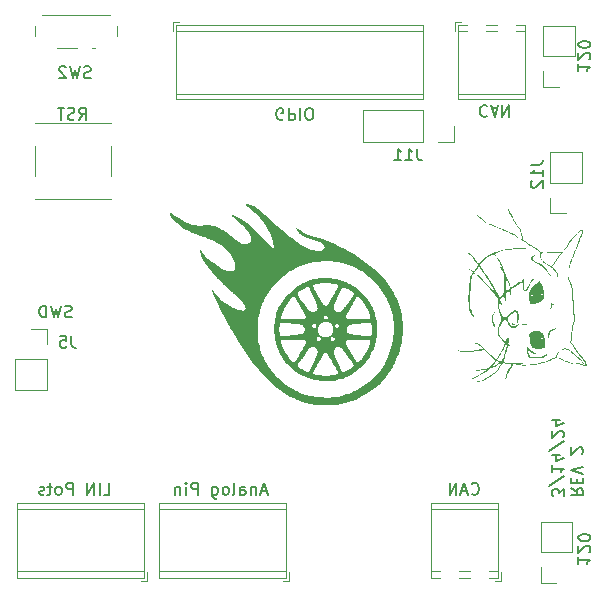
<source format=gbr>
%TF.GenerationSoftware,KiCad,Pcbnew,7.0.7*%
%TF.CreationDate,2024-03-18T15:08:08-05:00*%
%TF.ProjectId,rev2,72657632-2e6b-4696-9361-645f70636258,rev?*%
%TF.SameCoordinates,Original*%
%TF.FileFunction,Legend,Bot*%
%TF.FilePolarity,Positive*%
%FSLAX46Y46*%
G04 Gerber Fmt 4.6, Leading zero omitted, Abs format (unit mm)*
G04 Created by KiCad (PCBNEW 7.0.7) date 2024-03-18 15:08:08*
%MOMM*%
%LPD*%
G01*
G04 APERTURE LIST*
%ADD10C,0.150000*%
%ADD11C,0.120000*%
G04 APERTURE END LIST*
D10*
X118437030Y-115119819D02*
X118913220Y-115119819D01*
X118913220Y-115119819D02*
X118913220Y-114119819D01*
X118103696Y-115119819D02*
X118103696Y-114119819D01*
X117627506Y-115119819D02*
X117627506Y-114119819D01*
X117627506Y-114119819D02*
X117056078Y-115119819D01*
X117056078Y-115119819D02*
X117056078Y-114119819D01*
X115817982Y-115119819D02*
X115817982Y-114119819D01*
X115817982Y-114119819D02*
X115437030Y-114119819D01*
X115437030Y-114119819D02*
X115341792Y-114167438D01*
X115341792Y-114167438D02*
X115294173Y-114215057D01*
X115294173Y-114215057D02*
X115246554Y-114310295D01*
X115246554Y-114310295D02*
X115246554Y-114453152D01*
X115246554Y-114453152D02*
X115294173Y-114548390D01*
X115294173Y-114548390D02*
X115341792Y-114596009D01*
X115341792Y-114596009D02*
X115437030Y-114643628D01*
X115437030Y-114643628D02*
X115817982Y-114643628D01*
X114675125Y-115119819D02*
X114770363Y-115072200D01*
X114770363Y-115072200D02*
X114817982Y-115024580D01*
X114817982Y-115024580D02*
X114865601Y-114929342D01*
X114865601Y-114929342D02*
X114865601Y-114643628D01*
X114865601Y-114643628D02*
X114817982Y-114548390D01*
X114817982Y-114548390D02*
X114770363Y-114500771D01*
X114770363Y-114500771D02*
X114675125Y-114453152D01*
X114675125Y-114453152D02*
X114532268Y-114453152D01*
X114532268Y-114453152D02*
X114437030Y-114500771D01*
X114437030Y-114500771D02*
X114389411Y-114548390D01*
X114389411Y-114548390D02*
X114341792Y-114643628D01*
X114341792Y-114643628D02*
X114341792Y-114929342D01*
X114341792Y-114929342D02*
X114389411Y-115024580D01*
X114389411Y-115024580D02*
X114437030Y-115072200D01*
X114437030Y-115072200D02*
X114532268Y-115119819D01*
X114532268Y-115119819D02*
X114675125Y-115119819D01*
X114056077Y-114453152D02*
X113675125Y-114453152D01*
X113913220Y-114119819D02*
X113913220Y-114976961D01*
X113913220Y-114976961D02*
X113865601Y-115072200D01*
X113865601Y-115072200D02*
X113770363Y-115119819D01*
X113770363Y-115119819D02*
X113675125Y-115119819D01*
X113389410Y-115072200D02*
X113294172Y-115119819D01*
X113294172Y-115119819D02*
X113103696Y-115119819D01*
X113103696Y-115119819D02*
X113008458Y-115072200D01*
X113008458Y-115072200D02*
X112960839Y-114976961D01*
X112960839Y-114976961D02*
X112960839Y-114929342D01*
X112960839Y-114929342D02*
X113008458Y-114834104D01*
X113008458Y-114834104D02*
X113103696Y-114786485D01*
X113103696Y-114786485D02*
X113246553Y-114786485D01*
X113246553Y-114786485D02*
X113341791Y-114738866D01*
X113341791Y-114738866D02*
X113389410Y-114643628D01*
X113389410Y-114643628D02*
X113389410Y-114596009D01*
X113389410Y-114596009D02*
X113341791Y-114500771D01*
X113341791Y-114500771D02*
X113246553Y-114453152D01*
X113246553Y-114453152D02*
X113103696Y-114453152D01*
X113103696Y-114453152D02*
X113008458Y-114500771D01*
X149591792Y-115024580D02*
X149639411Y-115072200D01*
X149639411Y-115072200D02*
X149782268Y-115119819D01*
X149782268Y-115119819D02*
X149877506Y-115119819D01*
X149877506Y-115119819D02*
X150020363Y-115072200D01*
X150020363Y-115072200D02*
X150115601Y-114976961D01*
X150115601Y-114976961D02*
X150163220Y-114881723D01*
X150163220Y-114881723D02*
X150210839Y-114691247D01*
X150210839Y-114691247D02*
X150210839Y-114548390D01*
X150210839Y-114548390D02*
X150163220Y-114357914D01*
X150163220Y-114357914D02*
X150115601Y-114262676D01*
X150115601Y-114262676D02*
X150020363Y-114167438D01*
X150020363Y-114167438D02*
X149877506Y-114119819D01*
X149877506Y-114119819D02*
X149782268Y-114119819D01*
X149782268Y-114119819D02*
X149639411Y-114167438D01*
X149639411Y-114167438D02*
X149591792Y-114215057D01*
X149210839Y-114834104D02*
X148734649Y-114834104D01*
X149306077Y-115119819D02*
X148972744Y-114119819D01*
X148972744Y-114119819D02*
X148639411Y-115119819D01*
X148306077Y-115119819D02*
X148306077Y-114119819D01*
X148306077Y-114119819D02*
X147734649Y-115119819D01*
X147734649Y-115119819D02*
X147734649Y-114119819D01*
X133610588Y-83332561D02*
X133515350Y-83380180D01*
X133515350Y-83380180D02*
X133372493Y-83380180D01*
X133372493Y-83380180D02*
X133229636Y-83332561D01*
X133229636Y-83332561D02*
X133134398Y-83237323D01*
X133134398Y-83237323D02*
X133086779Y-83142085D01*
X133086779Y-83142085D02*
X133039160Y-82951609D01*
X133039160Y-82951609D02*
X133039160Y-82808752D01*
X133039160Y-82808752D02*
X133086779Y-82618276D01*
X133086779Y-82618276D02*
X133134398Y-82523038D01*
X133134398Y-82523038D02*
X133229636Y-82427800D01*
X133229636Y-82427800D02*
X133372493Y-82380180D01*
X133372493Y-82380180D02*
X133467731Y-82380180D01*
X133467731Y-82380180D02*
X133610588Y-82427800D01*
X133610588Y-82427800D02*
X133658207Y-82475419D01*
X133658207Y-82475419D02*
X133658207Y-82808752D01*
X133658207Y-82808752D02*
X133467731Y-82808752D01*
X134086779Y-82380180D02*
X134086779Y-83380180D01*
X134086779Y-83380180D02*
X134467731Y-83380180D01*
X134467731Y-83380180D02*
X134562969Y-83332561D01*
X134562969Y-83332561D02*
X134610588Y-83284942D01*
X134610588Y-83284942D02*
X134658207Y-83189704D01*
X134658207Y-83189704D02*
X134658207Y-83046847D01*
X134658207Y-83046847D02*
X134610588Y-82951609D01*
X134610588Y-82951609D02*
X134562969Y-82903990D01*
X134562969Y-82903990D02*
X134467731Y-82856371D01*
X134467731Y-82856371D02*
X134086779Y-82856371D01*
X135086779Y-82380180D02*
X135086779Y-83380180D01*
X135753445Y-83380180D02*
X135943921Y-83380180D01*
X135943921Y-83380180D02*
X136039159Y-83332561D01*
X136039159Y-83332561D02*
X136134397Y-83237323D01*
X136134397Y-83237323D02*
X136182016Y-83046847D01*
X136182016Y-83046847D02*
X136182016Y-82713514D01*
X136182016Y-82713514D02*
X136134397Y-82523038D01*
X136134397Y-82523038D02*
X136039159Y-82427800D01*
X136039159Y-82427800D02*
X135943921Y-82380180D01*
X135943921Y-82380180D02*
X135753445Y-82380180D01*
X135753445Y-82380180D02*
X135658207Y-82427800D01*
X135658207Y-82427800D02*
X135562969Y-82523038D01*
X135562969Y-82523038D02*
X135515350Y-82713514D01*
X135515350Y-82713514D02*
X135515350Y-83046847D01*
X135515350Y-83046847D02*
X135562969Y-83237323D01*
X135562969Y-83237323D02*
X135658207Y-83332561D01*
X135658207Y-83332561D02*
X135753445Y-83380180D01*
X116341792Y-83369819D02*
X116675125Y-82893628D01*
X116913220Y-83369819D02*
X116913220Y-82369819D01*
X116913220Y-82369819D02*
X116532268Y-82369819D01*
X116532268Y-82369819D02*
X116437030Y-82417438D01*
X116437030Y-82417438D02*
X116389411Y-82465057D01*
X116389411Y-82465057D02*
X116341792Y-82560295D01*
X116341792Y-82560295D02*
X116341792Y-82703152D01*
X116341792Y-82703152D02*
X116389411Y-82798390D01*
X116389411Y-82798390D02*
X116437030Y-82846009D01*
X116437030Y-82846009D02*
X116532268Y-82893628D01*
X116532268Y-82893628D02*
X116913220Y-82893628D01*
X115960839Y-83322200D02*
X115817982Y-83369819D01*
X115817982Y-83369819D02*
X115579887Y-83369819D01*
X115579887Y-83369819D02*
X115484649Y-83322200D01*
X115484649Y-83322200D02*
X115437030Y-83274580D01*
X115437030Y-83274580D02*
X115389411Y-83179342D01*
X115389411Y-83179342D02*
X115389411Y-83084104D01*
X115389411Y-83084104D02*
X115437030Y-82988866D01*
X115437030Y-82988866D02*
X115484649Y-82941247D01*
X115484649Y-82941247D02*
X115579887Y-82893628D01*
X115579887Y-82893628D02*
X115770363Y-82846009D01*
X115770363Y-82846009D02*
X115865601Y-82798390D01*
X115865601Y-82798390D02*
X115913220Y-82750771D01*
X115913220Y-82750771D02*
X115960839Y-82655533D01*
X115960839Y-82655533D02*
X115960839Y-82560295D01*
X115960839Y-82560295D02*
X115913220Y-82465057D01*
X115913220Y-82465057D02*
X115865601Y-82417438D01*
X115865601Y-82417438D02*
X115770363Y-82369819D01*
X115770363Y-82369819D02*
X115532268Y-82369819D01*
X115532268Y-82369819D02*
X115389411Y-82417438D01*
X115103696Y-82369819D02*
X114532268Y-82369819D01*
X114817982Y-83369819D02*
X114817982Y-82369819D01*
X115710839Y-100072200D02*
X115567982Y-100119819D01*
X115567982Y-100119819D02*
X115329887Y-100119819D01*
X115329887Y-100119819D02*
X115234649Y-100072200D01*
X115234649Y-100072200D02*
X115187030Y-100024580D01*
X115187030Y-100024580D02*
X115139411Y-99929342D01*
X115139411Y-99929342D02*
X115139411Y-99834104D01*
X115139411Y-99834104D02*
X115187030Y-99738866D01*
X115187030Y-99738866D02*
X115234649Y-99691247D01*
X115234649Y-99691247D02*
X115329887Y-99643628D01*
X115329887Y-99643628D02*
X115520363Y-99596009D01*
X115520363Y-99596009D02*
X115615601Y-99548390D01*
X115615601Y-99548390D02*
X115663220Y-99500771D01*
X115663220Y-99500771D02*
X115710839Y-99405533D01*
X115710839Y-99405533D02*
X115710839Y-99310295D01*
X115710839Y-99310295D02*
X115663220Y-99215057D01*
X115663220Y-99215057D02*
X115615601Y-99167438D01*
X115615601Y-99167438D02*
X115520363Y-99119819D01*
X115520363Y-99119819D02*
X115282268Y-99119819D01*
X115282268Y-99119819D02*
X115139411Y-99167438D01*
X114806077Y-99119819D02*
X114567982Y-100119819D01*
X114567982Y-100119819D02*
X114377506Y-99405533D01*
X114377506Y-99405533D02*
X114187030Y-100119819D01*
X114187030Y-100119819D02*
X113948935Y-99119819D01*
X113567982Y-100119819D02*
X113567982Y-99119819D01*
X113567982Y-99119819D02*
X113329887Y-99119819D01*
X113329887Y-99119819D02*
X113187030Y-99167438D01*
X113187030Y-99167438D02*
X113091792Y-99262676D01*
X113091792Y-99262676D02*
X113044173Y-99357914D01*
X113044173Y-99357914D02*
X112996554Y-99548390D01*
X112996554Y-99548390D02*
X112996554Y-99691247D01*
X112996554Y-99691247D02*
X113044173Y-99881723D01*
X113044173Y-99881723D02*
X113091792Y-99976961D01*
X113091792Y-99976961D02*
X113187030Y-100072200D01*
X113187030Y-100072200D02*
X113329887Y-100119819D01*
X113329887Y-100119819D02*
X113567982Y-100119819D01*
X132210839Y-114834104D02*
X131734649Y-114834104D01*
X132306077Y-115119819D02*
X131972744Y-114119819D01*
X131972744Y-114119819D02*
X131639411Y-115119819D01*
X131306077Y-114453152D02*
X131306077Y-115119819D01*
X131306077Y-114548390D02*
X131258458Y-114500771D01*
X131258458Y-114500771D02*
X131163220Y-114453152D01*
X131163220Y-114453152D02*
X131020363Y-114453152D01*
X131020363Y-114453152D02*
X130925125Y-114500771D01*
X130925125Y-114500771D02*
X130877506Y-114596009D01*
X130877506Y-114596009D02*
X130877506Y-115119819D01*
X129972744Y-115119819D02*
X129972744Y-114596009D01*
X129972744Y-114596009D02*
X130020363Y-114500771D01*
X130020363Y-114500771D02*
X130115601Y-114453152D01*
X130115601Y-114453152D02*
X130306077Y-114453152D01*
X130306077Y-114453152D02*
X130401315Y-114500771D01*
X129972744Y-115072200D02*
X130067982Y-115119819D01*
X130067982Y-115119819D02*
X130306077Y-115119819D01*
X130306077Y-115119819D02*
X130401315Y-115072200D01*
X130401315Y-115072200D02*
X130448934Y-114976961D01*
X130448934Y-114976961D02*
X130448934Y-114881723D01*
X130448934Y-114881723D02*
X130401315Y-114786485D01*
X130401315Y-114786485D02*
X130306077Y-114738866D01*
X130306077Y-114738866D02*
X130067982Y-114738866D01*
X130067982Y-114738866D02*
X129972744Y-114691247D01*
X129353696Y-115119819D02*
X129448934Y-115072200D01*
X129448934Y-115072200D02*
X129496553Y-114976961D01*
X129496553Y-114976961D02*
X129496553Y-114119819D01*
X128829886Y-115119819D02*
X128925124Y-115072200D01*
X128925124Y-115072200D02*
X128972743Y-115024580D01*
X128972743Y-115024580D02*
X129020362Y-114929342D01*
X129020362Y-114929342D02*
X129020362Y-114643628D01*
X129020362Y-114643628D02*
X128972743Y-114548390D01*
X128972743Y-114548390D02*
X128925124Y-114500771D01*
X128925124Y-114500771D02*
X128829886Y-114453152D01*
X128829886Y-114453152D02*
X128687029Y-114453152D01*
X128687029Y-114453152D02*
X128591791Y-114500771D01*
X128591791Y-114500771D02*
X128544172Y-114548390D01*
X128544172Y-114548390D02*
X128496553Y-114643628D01*
X128496553Y-114643628D02*
X128496553Y-114929342D01*
X128496553Y-114929342D02*
X128544172Y-115024580D01*
X128544172Y-115024580D02*
X128591791Y-115072200D01*
X128591791Y-115072200D02*
X128687029Y-115119819D01*
X128687029Y-115119819D02*
X128829886Y-115119819D01*
X127639410Y-114453152D02*
X127639410Y-115262676D01*
X127639410Y-115262676D02*
X127687029Y-115357914D01*
X127687029Y-115357914D02*
X127734648Y-115405533D01*
X127734648Y-115405533D02*
X127829886Y-115453152D01*
X127829886Y-115453152D02*
X127972743Y-115453152D01*
X127972743Y-115453152D02*
X128067981Y-115405533D01*
X127639410Y-115072200D02*
X127734648Y-115119819D01*
X127734648Y-115119819D02*
X127925124Y-115119819D01*
X127925124Y-115119819D02*
X128020362Y-115072200D01*
X128020362Y-115072200D02*
X128067981Y-115024580D01*
X128067981Y-115024580D02*
X128115600Y-114929342D01*
X128115600Y-114929342D02*
X128115600Y-114643628D01*
X128115600Y-114643628D02*
X128067981Y-114548390D01*
X128067981Y-114548390D02*
X128020362Y-114500771D01*
X128020362Y-114500771D02*
X127925124Y-114453152D01*
X127925124Y-114453152D02*
X127734648Y-114453152D01*
X127734648Y-114453152D02*
X127639410Y-114500771D01*
X126401314Y-115119819D02*
X126401314Y-114119819D01*
X126401314Y-114119819D02*
X126020362Y-114119819D01*
X126020362Y-114119819D02*
X125925124Y-114167438D01*
X125925124Y-114167438D02*
X125877505Y-114215057D01*
X125877505Y-114215057D02*
X125829886Y-114310295D01*
X125829886Y-114310295D02*
X125829886Y-114453152D01*
X125829886Y-114453152D02*
X125877505Y-114548390D01*
X125877505Y-114548390D02*
X125925124Y-114596009D01*
X125925124Y-114596009D02*
X126020362Y-114643628D01*
X126020362Y-114643628D02*
X126401314Y-114643628D01*
X125401314Y-115119819D02*
X125401314Y-114453152D01*
X125401314Y-114119819D02*
X125448933Y-114167438D01*
X125448933Y-114167438D02*
X125401314Y-114215057D01*
X125401314Y-114215057D02*
X125353695Y-114167438D01*
X125353695Y-114167438D02*
X125401314Y-114119819D01*
X125401314Y-114119819D02*
X125401314Y-114215057D01*
X124925124Y-114453152D02*
X124925124Y-115119819D01*
X124925124Y-114548390D02*
X124877505Y-114500771D01*
X124877505Y-114500771D02*
X124782267Y-114453152D01*
X124782267Y-114453152D02*
X124639410Y-114453152D01*
X124639410Y-114453152D02*
X124544172Y-114500771D01*
X124544172Y-114500771D02*
X124496553Y-114596009D01*
X124496553Y-114596009D02*
X124496553Y-115119819D01*
X158630180Y-78639411D02*
X158630180Y-79210839D01*
X158630180Y-78925125D02*
X159630180Y-78925125D01*
X159630180Y-78925125D02*
X159487323Y-79020363D01*
X159487323Y-79020363D02*
X159392085Y-79115601D01*
X159392085Y-79115601D02*
X159344466Y-79210839D01*
X159534942Y-78258458D02*
X159582561Y-78210839D01*
X159582561Y-78210839D02*
X159630180Y-78115601D01*
X159630180Y-78115601D02*
X159630180Y-77877506D01*
X159630180Y-77877506D02*
X159582561Y-77782268D01*
X159582561Y-77782268D02*
X159534942Y-77734649D01*
X159534942Y-77734649D02*
X159439704Y-77687030D01*
X159439704Y-77687030D02*
X159344466Y-77687030D01*
X159344466Y-77687030D02*
X159201609Y-77734649D01*
X159201609Y-77734649D02*
X158630180Y-78306077D01*
X158630180Y-78306077D02*
X158630180Y-77687030D01*
X159630180Y-77067982D02*
X159630180Y-76972744D01*
X159630180Y-76972744D02*
X159582561Y-76877506D01*
X159582561Y-76877506D02*
X159534942Y-76829887D01*
X159534942Y-76829887D02*
X159439704Y-76782268D01*
X159439704Y-76782268D02*
X159249228Y-76734649D01*
X159249228Y-76734649D02*
X159011133Y-76734649D01*
X159011133Y-76734649D02*
X158820657Y-76782268D01*
X158820657Y-76782268D02*
X158725419Y-76829887D01*
X158725419Y-76829887D02*
X158677800Y-76877506D01*
X158677800Y-76877506D02*
X158630180Y-76972744D01*
X158630180Y-76972744D02*
X158630180Y-77067982D01*
X158630180Y-77067982D02*
X158677800Y-77163220D01*
X158677800Y-77163220D02*
X158725419Y-77210839D01*
X158725419Y-77210839D02*
X158820657Y-77258458D01*
X158820657Y-77258458D02*
X159011133Y-77306077D01*
X159011133Y-77306077D02*
X159249228Y-77306077D01*
X159249228Y-77306077D02*
X159439704Y-77258458D01*
X159439704Y-77258458D02*
X159534942Y-77210839D01*
X159534942Y-77210839D02*
X159582561Y-77163220D01*
X159582561Y-77163220D02*
X159630180Y-77067982D01*
X158630180Y-120389411D02*
X158630180Y-120960839D01*
X158630180Y-120675125D02*
X159630180Y-120675125D01*
X159630180Y-120675125D02*
X159487323Y-120770363D01*
X159487323Y-120770363D02*
X159392085Y-120865601D01*
X159392085Y-120865601D02*
X159344466Y-120960839D01*
X159534942Y-120008458D02*
X159582561Y-119960839D01*
X159582561Y-119960839D02*
X159630180Y-119865601D01*
X159630180Y-119865601D02*
X159630180Y-119627506D01*
X159630180Y-119627506D02*
X159582561Y-119532268D01*
X159582561Y-119532268D02*
X159534942Y-119484649D01*
X159534942Y-119484649D02*
X159439704Y-119437030D01*
X159439704Y-119437030D02*
X159344466Y-119437030D01*
X159344466Y-119437030D02*
X159201609Y-119484649D01*
X159201609Y-119484649D02*
X158630180Y-120056077D01*
X158630180Y-120056077D02*
X158630180Y-119437030D01*
X159630180Y-118817982D02*
X159630180Y-118722744D01*
X159630180Y-118722744D02*
X159582561Y-118627506D01*
X159582561Y-118627506D02*
X159534942Y-118579887D01*
X159534942Y-118579887D02*
X159439704Y-118532268D01*
X159439704Y-118532268D02*
X159249228Y-118484649D01*
X159249228Y-118484649D02*
X159011133Y-118484649D01*
X159011133Y-118484649D02*
X158820657Y-118532268D01*
X158820657Y-118532268D02*
X158725419Y-118579887D01*
X158725419Y-118579887D02*
X158677800Y-118627506D01*
X158677800Y-118627506D02*
X158630180Y-118722744D01*
X158630180Y-118722744D02*
X158630180Y-118817982D01*
X158630180Y-118817982D02*
X158677800Y-118913220D01*
X158677800Y-118913220D02*
X158725419Y-118960839D01*
X158725419Y-118960839D02*
X158820657Y-119008458D01*
X158820657Y-119008458D02*
X159011133Y-119056077D01*
X159011133Y-119056077D02*
X159249228Y-119056077D01*
X159249228Y-119056077D02*
X159439704Y-119008458D01*
X159439704Y-119008458D02*
X159534942Y-118960839D01*
X159534942Y-118960839D02*
X159582561Y-118913220D01*
X159582561Y-118913220D02*
X159630180Y-118817982D01*
X150908207Y-82225419D02*
X150860588Y-82177800D01*
X150860588Y-82177800D02*
X150717731Y-82130180D01*
X150717731Y-82130180D02*
X150622493Y-82130180D01*
X150622493Y-82130180D02*
X150479636Y-82177800D01*
X150479636Y-82177800D02*
X150384398Y-82273038D01*
X150384398Y-82273038D02*
X150336779Y-82368276D01*
X150336779Y-82368276D02*
X150289160Y-82558752D01*
X150289160Y-82558752D02*
X150289160Y-82701609D01*
X150289160Y-82701609D02*
X150336779Y-82892085D01*
X150336779Y-82892085D02*
X150384398Y-82987323D01*
X150384398Y-82987323D02*
X150479636Y-83082561D01*
X150479636Y-83082561D02*
X150622493Y-83130180D01*
X150622493Y-83130180D02*
X150717731Y-83130180D01*
X150717731Y-83130180D02*
X150860588Y-83082561D01*
X150860588Y-83082561D02*
X150908207Y-83034942D01*
X151289160Y-82415895D02*
X151765350Y-82415895D01*
X151193922Y-82130180D02*
X151527255Y-83130180D01*
X151527255Y-83130180D02*
X151860588Y-82130180D01*
X152193922Y-82130180D02*
X152193922Y-83130180D01*
X152193922Y-83130180D02*
X152765350Y-82130180D01*
X152765350Y-82130180D02*
X152765350Y-83130180D01*
X158012680Y-114596516D02*
X158488871Y-114929849D01*
X158012680Y-115167944D02*
X159012680Y-115167944D01*
X159012680Y-115167944D02*
X159012680Y-114786992D01*
X159012680Y-114786992D02*
X158965061Y-114691754D01*
X158965061Y-114691754D02*
X158917442Y-114644135D01*
X158917442Y-114644135D02*
X158822204Y-114596516D01*
X158822204Y-114596516D02*
X158679347Y-114596516D01*
X158679347Y-114596516D02*
X158584109Y-114644135D01*
X158584109Y-114644135D02*
X158536490Y-114691754D01*
X158536490Y-114691754D02*
X158488871Y-114786992D01*
X158488871Y-114786992D02*
X158488871Y-115167944D01*
X158536490Y-114167944D02*
X158536490Y-113834611D01*
X158012680Y-113691754D02*
X158012680Y-114167944D01*
X158012680Y-114167944D02*
X159012680Y-114167944D01*
X159012680Y-114167944D02*
X159012680Y-113691754D01*
X159012680Y-113406039D02*
X158012680Y-113072706D01*
X158012680Y-113072706D02*
X159012680Y-112739373D01*
X158917442Y-111691753D02*
X158965061Y-111644134D01*
X158965061Y-111644134D02*
X159012680Y-111548896D01*
X159012680Y-111548896D02*
X159012680Y-111310801D01*
X159012680Y-111310801D02*
X158965061Y-111215563D01*
X158965061Y-111215563D02*
X158917442Y-111167944D01*
X158917442Y-111167944D02*
X158822204Y-111120325D01*
X158822204Y-111120325D02*
X158726966Y-111120325D01*
X158726966Y-111120325D02*
X158584109Y-111167944D01*
X158584109Y-111167944D02*
X158012680Y-111739372D01*
X158012680Y-111739372D02*
X158012680Y-111120325D01*
X157402680Y-115263182D02*
X157402680Y-114644135D01*
X157402680Y-114644135D02*
X157021728Y-114977468D01*
X157021728Y-114977468D02*
X157021728Y-114834611D01*
X157021728Y-114834611D02*
X156974109Y-114739373D01*
X156974109Y-114739373D02*
X156926490Y-114691754D01*
X156926490Y-114691754D02*
X156831252Y-114644135D01*
X156831252Y-114644135D02*
X156593157Y-114644135D01*
X156593157Y-114644135D02*
X156497919Y-114691754D01*
X156497919Y-114691754D02*
X156450300Y-114739373D01*
X156450300Y-114739373D02*
X156402680Y-114834611D01*
X156402680Y-114834611D02*
X156402680Y-115120325D01*
X156402680Y-115120325D02*
X156450300Y-115215563D01*
X156450300Y-115215563D02*
X156497919Y-115263182D01*
X157450300Y-113501278D02*
X156164585Y-114358420D01*
X156402680Y-112644135D02*
X156402680Y-113215563D01*
X156402680Y-112929849D02*
X157402680Y-112929849D01*
X157402680Y-112929849D02*
X157259823Y-113025087D01*
X157259823Y-113025087D02*
X157164585Y-113120325D01*
X157164585Y-113120325D02*
X157116966Y-113215563D01*
X157069347Y-111786992D02*
X156402680Y-111786992D01*
X157450300Y-112025087D02*
X156736014Y-112263182D01*
X156736014Y-112263182D02*
X156736014Y-111644135D01*
X157450300Y-110548897D02*
X156164585Y-111406039D01*
X157307442Y-110263182D02*
X157355061Y-110215563D01*
X157355061Y-110215563D02*
X157402680Y-110120325D01*
X157402680Y-110120325D02*
X157402680Y-109882230D01*
X157402680Y-109882230D02*
X157355061Y-109786992D01*
X157355061Y-109786992D02*
X157307442Y-109739373D01*
X157307442Y-109739373D02*
X157212204Y-109691754D01*
X157212204Y-109691754D02*
X157116966Y-109691754D01*
X157116966Y-109691754D02*
X156974109Y-109739373D01*
X156974109Y-109739373D02*
X156402680Y-110310801D01*
X156402680Y-110310801D02*
X156402680Y-109691754D01*
X157069347Y-108834611D02*
X156402680Y-108834611D01*
X157450300Y-109072706D02*
X156736014Y-109310801D01*
X156736014Y-109310801D02*
X156736014Y-108691754D01*
X115700133Y-101664419D02*
X115700133Y-102378704D01*
X115700133Y-102378704D02*
X115747752Y-102521561D01*
X115747752Y-102521561D02*
X115842990Y-102616800D01*
X115842990Y-102616800D02*
X115985847Y-102664419D01*
X115985847Y-102664419D02*
X116081085Y-102664419D01*
X114747752Y-101664419D02*
X115223942Y-101664419D01*
X115223942Y-101664419D02*
X115271561Y-102140609D01*
X115271561Y-102140609D02*
X115223942Y-102092990D01*
X115223942Y-102092990D02*
X115128704Y-102045371D01*
X115128704Y-102045371D02*
X114890609Y-102045371D01*
X114890609Y-102045371D02*
X114795371Y-102092990D01*
X114795371Y-102092990D02*
X114747752Y-102140609D01*
X114747752Y-102140609D02*
X114700133Y-102235847D01*
X114700133Y-102235847D02*
X114700133Y-102473942D01*
X114700133Y-102473942D02*
X114747752Y-102569180D01*
X114747752Y-102569180D02*
X114795371Y-102616800D01*
X114795371Y-102616800D02*
X114890609Y-102664419D01*
X114890609Y-102664419D02*
X115128704Y-102664419D01*
X115128704Y-102664419D02*
X115223942Y-102616800D01*
X115223942Y-102616800D02*
X115271561Y-102569180D01*
X154598019Y-87176076D02*
X155312304Y-87176076D01*
X155312304Y-87176076D02*
X155455161Y-87128457D01*
X155455161Y-87128457D02*
X155550400Y-87033219D01*
X155550400Y-87033219D02*
X155598019Y-86890362D01*
X155598019Y-86890362D02*
X155598019Y-86795124D01*
X155598019Y-88176076D02*
X155598019Y-87604648D01*
X155598019Y-87890362D02*
X154598019Y-87890362D01*
X154598019Y-87890362D02*
X154740876Y-87795124D01*
X154740876Y-87795124D02*
X154836114Y-87699886D01*
X154836114Y-87699886D02*
X154883733Y-87604648D01*
X154693257Y-88557029D02*
X154645638Y-88604648D01*
X154645638Y-88604648D02*
X154598019Y-88699886D01*
X154598019Y-88699886D02*
X154598019Y-88937981D01*
X154598019Y-88937981D02*
X154645638Y-89033219D01*
X154645638Y-89033219D02*
X154693257Y-89080838D01*
X154693257Y-89080838D02*
X154788495Y-89128457D01*
X154788495Y-89128457D02*
X154883733Y-89128457D01*
X154883733Y-89128457D02*
X155026590Y-89080838D01*
X155026590Y-89080838D02*
X155598019Y-88509410D01*
X155598019Y-88509410D02*
X155598019Y-89128457D01*
X144979923Y-85814819D02*
X144979923Y-86529104D01*
X144979923Y-86529104D02*
X145027542Y-86671961D01*
X145027542Y-86671961D02*
X145122780Y-86767200D01*
X145122780Y-86767200D02*
X145265637Y-86814819D01*
X145265637Y-86814819D02*
X145360875Y-86814819D01*
X143979923Y-86814819D02*
X144551351Y-86814819D01*
X144265637Y-86814819D02*
X144265637Y-85814819D01*
X144265637Y-85814819D02*
X144360875Y-85957676D01*
X144360875Y-85957676D02*
X144456113Y-86052914D01*
X144456113Y-86052914D02*
X144551351Y-86100533D01*
X143027542Y-86814819D02*
X143598970Y-86814819D01*
X143313256Y-86814819D02*
X143313256Y-85814819D01*
X143313256Y-85814819D02*
X143408494Y-85957676D01*
X143408494Y-85957676D02*
X143503732Y-86052914D01*
X143503732Y-86052914D02*
X143598970Y-86100533D01*
X117333332Y-79807200D02*
X117190475Y-79854819D01*
X117190475Y-79854819D02*
X116952380Y-79854819D01*
X116952380Y-79854819D02*
X116857142Y-79807200D01*
X116857142Y-79807200D02*
X116809523Y-79759580D01*
X116809523Y-79759580D02*
X116761904Y-79664342D01*
X116761904Y-79664342D02*
X116761904Y-79569104D01*
X116761904Y-79569104D02*
X116809523Y-79473866D01*
X116809523Y-79473866D02*
X116857142Y-79426247D01*
X116857142Y-79426247D02*
X116952380Y-79378628D01*
X116952380Y-79378628D02*
X117142856Y-79331009D01*
X117142856Y-79331009D02*
X117238094Y-79283390D01*
X117238094Y-79283390D02*
X117285713Y-79235771D01*
X117285713Y-79235771D02*
X117333332Y-79140533D01*
X117333332Y-79140533D02*
X117333332Y-79045295D01*
X117333332Y-79045295D02*
X117285713Y-78950057D01*
X117285713Y-78950057D02*
X117238094Y-78902438D01*
X117238094Y-78902438D02*
X117142856Y-78854819D01*
X117142856Y-78854819D02*
X116904761Y-78854819D01*
X116904761Y-78854819D02*
X116761904Y-78902438D01*
X116428570Y-78854819D02*
X116190475Y-79854819D01*
X116190475Y-79854819D02*
X115999999Y-79140533D01*
X115999999Y-79140533D02*
X115809523Y-79854819D01*
X115809523Y-79854819D02*
X115571428Y-78854819D01*
X115238094Y-78950057D02*
X115190475Y-78902438D01*
X115190475Y-78902438D02*
X115095237Y-78854819D01*
X115095237Y-78854819D02*
X114857142Y-78854819D01*
X114857142Y-78854819D02*
X114761904Y-78902438D01*
X114761904Y-78902438D02*
X114714285Y-78950057D01*
X114714285Y-78950057D02*
X114666666Y-79045295D01*
X114666666Y-79045295D02*
X114666666Y-79140533D01*
X114666666Y-79140533D02*
X114714285Y-79283390D01*
X114714285Y-79283390D02*
X115285713Y-79854819D01*
X115285713Y-79854819D02*
X114666666Y-79854819D01*
D11*
%TO.C,J2*%
X148180000Y-75100000D02*
X148680000Y-75100000D01*
X148180000Y-75840000D02*
X148180000Y-75100000D01*
X148420000Y-75340000D02*
X149190000Y-75340000D01*
X148420000Y-75900000D02*
X149190000Y-75900000D01*
X148420000Y-81200000D02*
X154080000Y-81200000D01*
X148420000Y-81660000D02*
X148420000Y-75340000D01*
X148420000Y-81660000D02*
X154080000Y-81660000D01*
X150770000Y-75340000D02*
X151730000Y-75340000D01*
X150770000Y-75900000D02*
X151730000Y-75900000D01*
X153310000Y-75340000D02*
X154080000Y-75340000D01*
X153310000Y-75900000D02*
X154080000Y-75900000D01*
X154080000Y-81660000D02*
X154080000Y-75340000D01*
%TO.C,SW1*%
X119054000Y-90098000D02*
X119054000Y-90068000D01*
X119054000Y-90098000D02*
X112594000Y-90098000D01*
X119054000Y-85568000D02*
X119054000Y-88168000D01*
X119054000Y-83668000D02*
X119054000Y-83638000D01*
X119054000Y-83638000D02*
X112594000Y-83638000D01*
X112594000Y-90098000D02*
X112594000Y-90068000D01*
X112594000Y-85568000D02*
X112594000Y-88168000D01*
X112594000Y-83638000D02*
X112594000Y-83668000D01*
%TO.C,J3*%
X155420000Y-117405000D02*
X158080000Y-117405000D01*
X155420000Y-120005000D02*
X155420000Y-117405000D01*
X155420000Y-120005000D02*
X158080000Y-120005000D01*
X155420000Y-121275000D02*
X155420000Y-122605000D01*
X155420000Y-122605000D02*
X156750000Y-122605000D01*
X158080000Y-120005000D02*
X158080000Y-117405000D01*
%TO.C,J6*%
X122069000Y-122399000D02*
X121569000Y-122399000D01*
X122069000Y-121659000D02*
X122069000Y-122399000D01*
X121829000Y-122159000D02*
X111089000Y-122159000D01*
X121829000Y-121599000D02*
X111089000Y-121599000D01*
X121829000Y-116299000D02*
X111089000Y-116299000D01*
X121829000Y-115839000D02*
X121829000Y-122159000D01*
X121829000Y-115839000D02*
X111089000Y-115839000D01*
X111089000Y-115839000D02*
X111089000Y-122159000D01*
%TO.C,J5*%
X113598000Y-106277800D02*
X110938000Y-106277800D01*
X113598000Y-103677800D02*
X113598000Y-106277800D01*
X113598000Y-103677800D02*
X110938000Y-103677800D01*
X113598000Y-102407800D02*
X113598000Y-101077800D01*
X113598000Y-101077800D02*
X112268000Y-101077800D01*
X110938000Y-103677800D02*
X110938000Y-106277800D01*
%TO.C,J4*%
X152070000Y-122400000D02*
X151570000Y-122400000D01*
X152070000Y-121660000D02*
X152070000Y-122400000D01*
X151830000Y-122160000D02*
X151060000Y-122160000D01*
X151830000Y-121600000D02*
X151060000Y-121600000D01*
X151830000Y-116300000D02*
X146170000Y-116300000D01*
X151830000Y-115840000D02*
X151830000Y-122160000D01*
X151830000Y-115840000D02*
X146170000Y-115840000D01*
X149480000Y-122160000D02*
X148520000Y-122160000D01*
X149480000Y-121600000D02*
X148520000Y-121600000D01*
X146940000Y-122160000D02*
X146170000Y-122160000D01*
X146940000Y-121600000D02*
X146170000Y-121600000D01*
X146170000Y-115840000D02*
X146170000Y-122160000D01*
%TO.C,J12*%
X156251600Y-86101800D02*
X158911600Y-86101800D01*
X156251600Y-88701800D02*
X156251600Y-86101800D01*
X156251600Y-88701800D02*
X158911600Y-88701800D01*
X156251600Y-89971800D02*
X156251600Y-91301800D01*
X156251600Y-91301800D02*
X157581600Y-91301800D01*
X158911600Y-88701800D02*
X158911600Y-86101800D01*
%TO.C,G\u002A\u002A\u002A*%
G36*
X143753156Y-101226605D02*
G01*
X143736336Y-101556228D01*
X143703423Y-101886161D01*
X143654399Y-102216034D01*
X143589246Y-102545477D01*
X143558665Y-102677188D01*
X143484111Y-102959069D01*
X143399927Y-103228533D01*
X143306189Y-103485382D01*
X143202971Y-103729421D01*
X143090347Y-103960451D01*
X142968394Y-104178276D01*
X142965861Y-104182491D01*
X142933442Y-104235408D01*
X142893498Y-104299079D01*
X142847615Y-104371078D01*
X142797381Y-104448979D01*
X142744381Y-104530357D01*
X142690203Y-104612785D01*
X142636432Y-104693838D01*
X142584655Y-104771091D01*
X142536459Y-104842117D01*
X142493431Y-104904490D01*
X142449523Y-104966777D01*
X142310740Y-105154585D01*
X142169901Y-105330936D01*
X142025008Y-105497879D01*
X141874067Y-105657464D01*
X141715080Y-105811739D01*
X141546052Y-105962754D01*
X141364986Y-106112558D01*
X141169887Y-106263200D01*
X141161851Y-106269205D01*
X140891815Y-106461054D01*
X140616654Y-106637445D01*
X140336334Y-106798389D01*
X140050821Y-106943898D01*
X139760082Y-107073984D01*
X139464084Y-107188660D01*
X139162794Y-107287936D01*
X138856177Y-107371826D01*
X138544201Y-107440341D01*
X138226833Y-107493494D01*
X137904039Y-107531295D01*
X137575785Y-107553757D01*
X137517929Y-107555729D01*
X137439489Y-107557140D01*
X137351475Y-107557683D01*
X137257459Y-107557401D01*
X137161009Y-107556335D01*
X137065697Y-107554525D01*
X136975092Y-107552014D01*
X136892764Y-107548843D01*
X136822283Y-107545052D01*
X136812088Y-107544384D01*
X136743955Y-107539484D01*
X136666753Y-107533316D01*
X136583646Y-107526179D01*
X136497799Y-107518376D01*
X136412376Y-107510209D01*
X136330541Y-107501977D01*
X136255461Y-107493983D01*
X136190298Y-107486528D01*
X136138218Y-107479913D01*
X136019955Y-107462314D01*
X135852093Y-107432031D01*
X135686955Y-107395507D01*
X135520665Y-107351777D01*
X135349347Y-107299878D01*
X135169125Y-107238845D01*
X135123010Y-107222320D01*
X134813316Y-107101787D01*
X134512698Y-106967782D01*
X134220865Y-106820133D01*
X133937531Y-106658668D01*
X133662406Y-106483214D01*
X133395201Y-106293597D01*
X133135629Y-106089646D01*
X132883400Y-105871187D01*
X132844398Y-105835644D01*
X132519533Y-105529469D01*
X132199538Y-105209866D01*
X131886698Y-104879242D01*
X131583298Y-104540005D01*
X131291624Y-104194563D01*
X131196317Y-104076749D01*
X131032681Y-103867703D01*
X130864810Y-103645133D01*
X130693455Y-103410182D01*
X130519368Y-103163996D01*
X130343301Y-102907721D01*
X130166005Y-102642502D01*
X129988231Y-102369483D01*
X129810731Y-102089811D01*
X129634256Y-101804630D01*
X129459558Y-101515085D01*
X129287389Y-101222322D01*
X129254690Y-101165238D01*
X131459720Y-101165238D01*
X131459816Y-101250666D01*
X131460373Y-101334063D01*
X131461393Y-101413054D01*
X131462875Y-101485264D01*
X131464820Y-101548319D01*
X131467228Y-101599843D01*
X131470099Y-101637461D01*
X131491857Y-101823989D01*
X131530530Y-102081367D01*
X131578665Y-102329208D01*
X131636992Y-102570176D01*
X131706245Y-102806938D01*
X131787156Y-103042159D01*
X131880457Y-103278505D01*
X131986880Y-103518641D01*
X132015811Y-103579547D01*
X132118862Y-103781095D01*
X132233832Y-103985058D01*
X132358555Y-104188006D01*
X132490862Y-104386511D01*
X132628584Y-104577143D01*
X132769554Y-104756474D01*
X132774514Y-104762499D01*
X132981600Y-105001362D01*
X133198654Y-105227685D01*
X133425362Y-105441213D01*
X133661411Y-105641695D01*
X133906485Y-105828875D01*
X134160271Y-106002501D01*
X134422455Y-106162319D01*
X134692722Y-106308075D01*
X134812586Y-106367062D01*
X135070847Y-106483049D01*
X135330641Y-106584353D01*
X135593560Y-106671431D01*
X135861193Y-106744739D01*
X136135130Y-106804734D01*
X136416960Y-106851872D01*
X136708272Y-106886609D01*
X136719873Y-106887505D01*
X136752425Y-106889136D01*
X136797850Y-106890736D01*
X136854065Y-106892279D01*
X136918987Y-106893742D01*
X136990534Y-106895098D01*
X137066623Y-106896324D01*
X137145172Y-106897394D01*
X137224098Y-106898284D01*
X137301320Y-106898969D01*
X137374753Y-106899424D01*
X137442316Y-106899624D01*
X137501927Y-106899544D01*
X137551502Y-106899160D01*
X137588959Y-106898447D01*
X137612216Y-106897380D01*
X137616702Y-106897021D01*
X137642010Y-106895060D01*
X137678260Y-106892308D01*
X137721292Y-106889080D01*
X137766945Y-106885690D01*
X137828412Y-106880696D01*
X138055966Y-106854772D01*
X138289255Y-106817056D01*
X138524774Y-106768252D01*
X138759021Y-106709064D01*
X138988490Y-106640196D01*
X139120281Y-106595403D01*
X139389907Y-106491782D01*
X139656687Y-106373329D01*
X139918850Y-106241018D01*
X140174628Y-106095826D01*
X140422251Y-105938731D01*
X140659951Y-105770709D01*
X140885957Y-105592737D01*
X141041531Y-105458924D01*
X141268677Y-105246365D01*
X141483575Y-105023749D01*
X141685874Y-104791557D01*
X141875223Y-104550271D01*
X142051269Y-104300370D01*
X142213664Y-104042336D01*
X142362054Y-103776649D01*
X142496090Y-103503791D01*
X142615421Y-103224241D01*
X142713400Y-102956669D01*
X142801370Y-102670730D01*
X142873869Y-102380715D01*
X142930859Y-102087254D01*
X142972304Y-101790977D01*
X142998165Y-101492515D01*
X143008406Y-101192497D01*
X143002989Y-100891554D01*
X142981878Y-100590316D01*
X142945035Y-100289413D01*
X142892423Y-99989475D01*
X142824004Y-99691132D01*
X142745952Y-99415759D01*
X142648177Y-99127949D01*
X142535669Y-98846392D01*
X142408789Y-98571625D01*
X142267895Y-98304185D01*
X142113347Y-98044609D01*
X141945505Y-97793432D01*
X141764730Y-97551191D01*
X141571379Y-97318423D01*
X141365814Y-97095665D01*
X141148394Y-96883452D01*
X140919479Y-96682321D01*
X140679429Y-96492808D01*
X140540432Y-96391967D01*
X140285902Y-96222515D01*
X140025019Y-96067895D01*
X139758095Y-95928225D01*
X139485440Y-95803624D01*
X139207365Y-95694208D01*
X138924182Y-95600097D01*
X138636201Y-95521408D01*
X138343734Y-95458260D01*
X138047092Y-95410770D01*
X137746586Y-95379057D01*
X137705484Y-95376094D01*
X137588969Y-95370052D01*
X137461262Y-95366373D01*
X137325910Y-95365016D01*
X137186460Y-95365941D01*
X137046461Y-95369106D01*
X136909461Y-95374471D01*
X136779007Y-95381994D01*
X136658648Y-95391634D01*
X136461781Y-95413602D01*
X136164942Y-95460185D01*
X135871174Y-95522483D01*
X135581229Y-95600223D01*
X135295856Y-95693132D01*
X135015807Y-95800933D01*
X134741833Y-95923354D01*
X134474684Y-96060120D01*
X134215112Y-96210957D01*
X133963867Y-96375591D01*
X133911541Y-96412363D01*
X133666621Y-96596413D01*
X133432424Y-96792496D01*
X133209332Y-97000107D01*
X132997725Y-97218740D01*
X132797983Y-97447888D01*
X132610486Y-97687045D01*
X132435615Y-97935705D01*
X132273750Y-98193361D01*
X132125271Y-98459507D01*
X131990560Y-98733637D01*
X131869995Y-99015244D01*
X131763959Y-99303823D01*
X131763836Y-99304187D01*
X131691829Y-99531672D01*
X131629876Y-99758918D01*
X131577359Y-99988920D01*
X131533661Y-100224668D01*
X131498162Y-100469155D01*
X131470244Y-100725374D01*
X131468822Y-100743023D01*
X131466155Y-100790761D01*
X131463948Y-100850718D01*
X131462200Y-100920519D01*
X131460913Y-100997790D01*
X131460086Y-101080154D01*
X131459720Y-101165238D01*
X129254690Y-101165238D01*
X129118500Y-100927486D01*
X128953642Y-100631722D01*
X128878987Y-100494777D01*
X128785419Y-100320312D01*
X128689297Y-100138221D01*
X128591519Y-99950310D01*
X128492983Y-99758386D01*
X128394587Y-99564258D01*
X128297229Y-99369732D01*
X128201806Y-99176615D01*
X128109217Y-98986715D01*
X128020358Y-98801840D01*
X127936128Y-98623796D01*
X127857425Y-98454391D01*
X127785147Y-98295432D01*
X127720191Y-98148727D01*
X127716884Y-98141022D01*
X127703840Y-98109160D01*
X127688127Y-98069106D01*
X127670593Y-98023200D01*
X127652089Y-97973781D01*
X127633464Y-97923191D01*
X127615568Y-97873769D01*
X127599250Y-97827855D01*
X127585360Y-97787790D01*
X127574747Y-97755914D01*
X127568262Y-97734567D01*
X127566753Y-97726089D01*
X127568948Y-97725994D01*
X127581926Y-97730476D01*
X127601941Y-97739840D01*
X127607508Y-97742988D01*
X127622780Y-97754617D01*
X127640947Y-97772886D01*
X127663522Y-97799538D01*
X127692018Y-97836314D01*
X127727948Y-97884958D01*
X127752320Y-97918199D01*
X127889043Y-98095634D01*
X128027401Y-98259420D01*
X128169554Y-98411774D01*
X128317659Y-98554914D01*
X128473875Y-98691057D01*
X128640360Y-98822421D01*
X128685363Y-98855851D01*
X128799800Y-98937261D01*
X128918115Y-99016707D01*
X129038327Y-99093052D01*
X129158454Y-99165164D01*
X129276514Y-99231908D01*
X129390526Y-99292148D01*
X129498508Y-99344751D01*
X129598479Y-99388582D01*
X129688458Y-99422507D01*
X129726711Y-99435112D01*
X129806532Y-99459349D01*
X129887828Y-99481556D01*
X129967811Y-99501115D01*
X130043697Y-99517406D01*
X130112700Y-99529809D01*
X130172034Y-99537705D01*
X130218913Y-99540475D01*
X130237353Y-99539812D01*
X130296430Y-99528212D01*
X130349061Y-99503202D01*
X130392948Y-99466141D01*
X130425788Y-99418385D01*
X130436467Y-99390827D01*
X130444452Y-99338680D01*
X130440793Y-99280279D01*
X130425493Y-99218801D01*
X130401672Y-99156584D01*
X130363761Y-99074348D01*
X130318833Y-98990667D01*
X130269584Y-98910868D01*
X130256508Y-98892235D01*
X130221707Y-98848003D01*
X130175651Y-98794547D01*
X130119156Y-98732685D01*
X130053041Y-98663231D01*
X129978126Y-98587004D01*
X129895228Y-98504819D01*
X129805165Y-98417492D01*
X129708757Y-98325840D01*
X129606822Y-98230681D01*
X129500178Y-98132829D01*
X129389644Y-98033101D01*
X129348100Y-97995903D01*
X129270275Y-97926011D01*
X129200491Y-97862977D01*
X129135925Y-97804204D01*
X129073758Y-97747094D01*
X129011169Y-97689049D01*
X128945336Y-97627472D01*
X128873439Y-97559765D01*
X128792658Y-97483330D01*
X128749518Y-97442072D01*
X128696602Y-97390828D01*
X128636068Y-97331721D01*
X128569400Y-97266229D01*
X128498080Y-97195832D01*
X128423591Y-97122011D01*
X128347416Y-97046245D01*
X128271036Y-96970014D01*
X128195936Y-96894798D01*
X128123598Y-96822077D01*
X128055504Y-96753330D01*
X127993137Y-96690038D01*
X127937980Y-96633681D01*
X127891515Y-96585738D01*
X127855226Y-96547689D01*
X127724512Y-96404357D01*
X127572990Y-96227375D01*
X127423437Y-96041477D01*
X127278767Y-95850408D01*
X127141892Y-95657917D01*
X127015725Y-95467750D01*
X126973344Y-95400056D01*
X126873414Y-95227843D01*
X126787687Y-95059714D01*
X126715541Y-94894156D01*
X126656349Y-94729655D01*
X126609488Y-94564698D01*
X126574333Y-94397769D01*
X126565618Y-94347654D01*
X126557818Y-94301453D01*
X126552573Y-94268009D01*
X126549657Y-94245554D01*
X126548848Y-94232320D01*
X126549921Y-94226538D01*
X126552653Y-94226440D01*
X126552742Y-94226500D01*
X126559243Y-94235278D01*
X126571639Y-94255389D01*
X126588183Y-94283899D01*
X126607130Y-94317880D01*
X126666246Y-94420105D01*
X126773619Y-94583253D01*
X126895836Y-94744677D01*
X127032008Y-94903230D01*
X127181247Y-95057769D01*
X127195529Y-95071684D01*
X127299447Y-95169181D01*
X127406371Y-95262695D01*
X127518752Y-95354161D01*
X127639041Y-95445514D01*
X127769689Y-95538689D01*
X127913146Y-95635620D01*
X128031658Y-95713041D01*
X128155006Y-95791488D01*
X128268376Y-95860956D01*
X128373164Y-95922153D01*
X128470766Y-95975786D01*
X128562576Y-96022565D01*
X128649991Y-96063195D01*
X128734407Y-96098384D01*
X128817218Y-96128841D01*
X128899820Y-96155273D01*
X128983609Y-96178387D01*
X129029657Y-96189148D01*
X129128807Y-96204557D01*
X129218608Y-96207045D01*
X129298899Y-96196677D01*
X129369522Y-96173515D01*
X129430317Y-96137621D01*
X129481124Y-96089059D01*
X129521785Y-96027891D01*
X129552139Y-95954181D01*
X129554830Y-95945432D01*
X129560742Y-95923457D01*
X129564943Y-95901218D01*
X129567709Y-95875511D01*
X129569318Y-95843132D01*
X129570045Y-95800876D01*
X129570168Y-95745541D01*
X129569739Y-95697407D01*
X129567311Y-95633545D01*
X129561995Y-95577578D01*
X129552952Y-95524994D01*
X129539339Y-95471283D01*
X129520318Y-95411933D01*
X129495046Y-95342431D01*
X129491205Y-95332308D01*
X129414568Y-95153369D01*
X129323341Y-94979911D01*
X129217053Y-94811113D01*
X129095231Y-94646150D01*
X129080872Y-94628650D01*
X129044411Y-94587055D01*
X128999105Y-94538037D01*
X128947188Y-94483826D01*
X128890894Y-94426650D01*
X128832460Y-94368738D01*
X128774121Y-94312319D01*
X128718110Y-94259620D01*
X128666665Y-94212872D01*
X128622018Y-94174301D01*
X128516576Y-94088926D01*
X128361717Y-93973004D01*
X128206443Y-93868541D01*
X128047234Y-93773213D01*
X127880571Y-93684696D01*
X127863782Y-93676322D01*
X127820066Y-93654871D01*
X127777882Y-93634835D01*
X127735542Y-93615532D01*
X127691355Y-93596281D01*
X127643630Y-93576402D01*
X127590679Y-93555213D01*
X127530810Y-93532033D01*
X127462334Y-93506182D01*
X127383561Y-93476978D01*
X127292800Y-93443740D01*
X127188362Y-93405788D01*
X127146646Y-93390660D01*
X127006367Y-93339653D01*
X126869719Y-93289767D01*
X126737767Y-93241397D01*
X126611575Y-93194940D01*
X126492207Y-93150792D01*
X126380727Y-93109350D01*
X126278199Y-93071011D01*
X126185688Y-93036169D01*
X126104258Y-93005222D01*
X126034972Y-92978567D01*
X125978896Y-92956599D01*
X125937093Y-92939716D01*
X125834503Y-92895634D01*
X125645815Y-92806368D01*
X125459545Y-92707904D01*
X125277675Y-92601545D01*
X125102186Y-92488592D01*
X124935060Y-92370351D01*
X124778277Y-92248123D01*
X124633818Y-92123211D01*
X124503665Y-91996920D01*
X124467259Y-91958651D01*
X124384742Y-91867336D01*
X124306798Y-91774790D01*
X124235578Y-91683716D01*
X124173229Y-91596816D01*
X124121902Y-91516794D01*
X124106870Y-91490226D01*
X124082603Y-91441751D01*
X124060881Y-91391799D01*
X124043204Y-91344205D01*
X124031070Y-91302807D01*
X124025981Y-91271439D01*
X124025600Y-91260513D01*
X124027147Y-91244746D01*
X124035180Y-91238101D01*
X124053522Y-91235605D01*
X124066389Y-91234951D01*
X124082752Y-91236278D01*
X124099845Y-91241318D01*
X124120096Y-91251324D01*
X124145933Y-91267550D01*
X124179785Y-91291249D01*
X124224079Y-91323676D01*
X124242954Y-91337576D01*
X124327380Y-91398342D01*
X124414357Y-91458570D01*
X124505404Y-91519203D01*
X124602038Y-91581185D01*
X124705779Y-91645462D01*
X124818145Y-91712977D01*
X124940655Y-91784675D01*
X125074826Y-91861500D01*
X125222177Y-91944396D01*
X125323497Y-92000539D01*
X125414004Y-92049623D01*
X125494415Y-92091852D01*
X125566622Y-92128086D01*
X125632514Y-92159183D01*
X125693981Y-92186004D01*
X125752912Y-92209406D01*
X125811199Y-92230250D01*
X125870731Y-92249395D01*
X125933397Y-92267698D01*
X125944146Y-92270696D01*
X125996307Y-92284735D01*
X126045294Y-92296796D01*
X126092726Y-92306993D01*
X126140225Y-92315441D01*
X126189413Y-92322254D01*
X126241909Y-92327547D01*
X126299335Y-92331434D01*
X126363311Y-92334030D01*
X126435460Y-92335450D01*
X126517400Y-92335808D01*
X126610754Y-92335219D01*
X126717142Y-92333798D01*
X126838186Y-92331658D01*
X126884945Y-92330783D01*
X126972745Y-92329238D01*
X127057492Y-92327868D01*
X127137296Y-92326694D01*
X127210268Y-92325743D01*
X127274517Y-92325037D01*
X127328153Y-92324600D01*
X127369286Y-92324456D01*
X127396025Y-92324629D01*
X127403150Y-92324772D01*
X127568869Y-92336365D01*
X127735701Y-92363573D01*
X127902027Y-92405988D01*
X128066225Y-92463198D01*
X128226676Y-92534795D01*
X128244583Y-92543861D01*
X128314782Y-92581690D01*
X128395999Y-92628511D01*
X128486880Y-92683452D01*
X128586067Y-92745641D01*
X128692204Y-92814204D01*
X128803934Y-92888269D01*
X128919902Y-92966964D01*
X129038750Y-93049414D01*
X129159122Y-93134748D01*
X129230369Y-93186093D01*
X129349845Y-93273754D01*
X129460992Y-93357578D01*
X129567489Y-93440401D01*
X129673013Y-93525058D01*
X129781241Y-93614385D01*
X129807749Y-93636443D01*
X129893184Y-93705882D01*
X129969194Y-93764550D01*
X130037240Y-93813187D01*
X130098783Y-93852534D01*
X130155282Y-93883333D01*
X130208199Y-93906323D01*
X130258992Y-93922247D01*
X130309124Y-93931844D01*
X130360054Y-93935856D01*
X130413242Y-93935023D01*
X130425231Y-93934246D01*
X130514693Y-93920702D01*
X130598585Y-93894659D01*
X130675720Y-93857381D01*
X130744912Y-93810132D01*
X130804974Y-93754176D01*
X130854720Y-93690776D01*
X130892963Y-93621195D01*
X130918518Y-93546698D01*
X130930196Y-93468548D01*
X130926813Y-93388009D01*
X130908746Y-93302458D01*
X130876410Y-93207199D01*
X130830741Y-93105839D01*
X130772284Y-92999138D01*
X130701584Y-92887858D01*
X130619188Y-92772759D01*
X130525640Y-92654602D01*
X130421487Y-92534148D01*
X130307273Y-92412157D01*
X130183546Y-92289391D01*
X130050850Y-92166611D01*
X130050595Y-92166383D01*
X130013449Y-92133501D01*
X129967249Y-92093140D01*
X129913773Y-92046813D01*
X129854801Y-91996032D01*
X129792113Y-91942311D01*
X129727489Y-91887162D01*
X129662708Y-91832098D01*
X129599551Y-91778632D01*
X129539796Y-91728276D01*
X129485224Y-91682543D01*
X129437615Y-91642947D01*
X129398747Y-91611000D01*
X129370401Y-91588215D01*
X129361031Y-91580644D01*
X129322207Y-91542750D01*
X129295260Y-91502706D01*
X129271858Y-91457916D01*
X129298962Y-91455547D01*
X129320105Y-91456363D01*
X129356096Y-91462270D01*
X129401780Y-91472732D01*
X129454250Y-91486956D01*
X129510599Y-91504147D01*
X129567922Y-91523508D01*
X129623309Y-91544246D01*
X129729738Y-91588725D01*
X129929426Y-91684981D01*
X130125358Y-91796238D01*
X130316205Y-91921715D01*
X130500640Y-92060629D01*
X130550727Y-92101941D01*
X130622205Y-92163522D01*
X130703847Y-92236323D01*
X130795196Y-92319901D01*
X130895798Y-92413813D01*
X131005197Y-92517613D01*
X131122937Y-92630860D01*
X131248564Y-92753108D01*
X131381621Y-92883915D01*
X131521654Y-93022837D01*
X131668206Y-93169430D01*
X131820823Y-93323251D01*
X131979048Y-93483856D01*
X132142428Y-93650801D01*
X132310505Y-93823643D01*
X132337626Y-93851595D01*
X132412605Y-93928541D01*
X132477559Y-93994588D01*
X132533311Y-94050486D01*
X132580686Y-94096991D01*
X132620504Y-94134852D01*
X132653590Y-94164825D01*
X132680767Y-94187660D01*
X132702856Y-94204110D01*
X132720681Y-94214929D01*
X132735066Y-94220868D01*
X132746832Y-94222681D01*
X132764565Y-94220672D01*
X132793682Y-94208850D01*
X132814127Y-94189462D01*
X132818327Y-94181342D01*
X132826906Y-94147566D01*
X132829831Y-94099978D01*
X132827177Y-94039643D01*
X132819019Y-93967626D01*
X132805429Y-93884992D01*
X132786483Y-93792807D01*
X132740493Y-93610413D01*
X132668616Y-93383024D01*
X132580645Y-93155621D01*
X132476683Y-92928444D01*
X132356835Y-92701737D01*
X132221203Y-92475739D01*
X132137258Y-92346130D01*
X131971007Y-92103207D01*
X131802888Y-91875800D01*
X131632470Y-91663428D01*
X131459323Y-91465613D01*
X131283017Y-91281871D01*
X131103122Y-91111724D01*
X130919207Y-90954690D01*
X130730844Y-90810288D01*
X130727734Y-90808033D01*
X130659003Y-90757748D01*
X130602767Y-90715542D01*
X130557998Y-90680516D01*
X130523671Y-90651768D01*
X130498759Y-90628398D01*
X130482235Y-90609505D01*
X130473073Y-90594187D01*
X130470247Y-90581544D01*
X130470652Y-90565958D01*
X130474434Y-90548439D01*
X130484873Y-90538705D01*
X130505168Y-90534512D01*
X130538517Y-90533614D01*
X130578562Y-90534385D01*
X130704210Y-90545893D01*
X130833348Y-90570421D01*
X130962800Y-90606973D01*
X131089386Y-90654554D01*
X131209928Y-90712168D01*
X131321246Y-90778818D01*
X131321261Y-90778828D01*
X131357498Y-90803897D01*
X131397691Y-90833227D01*
X131442335Y-90867248D01*
X131491924Y-90906392D01*
X131546951Y-90951090D01*
X131607913Y-91001772D01*
X131675303Y-91058869D01*
X131749615Y-91122812D01*
X131831345Y-91194033D01*
X131920987Y-91272961D01*
X132019035Y-91360028D01*
X132125983Y-91455665D01*
X132242327Y-91560303D01*
X132368560Y-91674372D01*
X132505177Y-91798303D01*
X132652673Y-91932528D01*
X132811543Y-92077477D01*
X132823379Y-92088286D01*
X132981290Y-92231837D01*
X133129792Y-92365486D01*
X133270780Y-92490806D01*
X133406151Y-92609371D01*
X133537801Y-92722755D01*
X133667626Y-92832532D01*
X133797522Y-92940276D01*
X133929386Y-93047561D01*
X134065113Y-93155961D01*
X134206599Y-93267049D01*
X134355742Y-93382399D01*
X134514436Y-93503586D01*
X134684579Y-93632183D01*
X134694972Y-93639998D01*
X134822217Y-93734446D01*
X134939524Y-93818951D01*
X135048706Y-93894608D01*
X135151578Y-93962515D01*
X135249956Y-94023768D01*
X135345654Y-94079463D01*
X135440486Y-94130697D01*
X135536268Y-94178565D01*
X135634814Y-94224165D01*
X135737939Y-94268593D01*
X135859004Y-94316756D01*
X136006669Y-94368995D01*
X136148776Y-94411981D01*
X136284339Y-94445538D01*
X136412373Y-94469486D01*
X136531894Y-94483649D01*
X136641917Y-94487848D01*
X136741456Y-94481906D01*
X136829526Y-94465645D01*
X136853772Y-94458684D01*
X136922070Y-94432471D01*
X136985280Y-94398756D01*
X137040601Y-94359433D01*
X137085234Y-94316398D01*
X137116380Y-94271543D01*
X137120826Y-94261911D01*
X137132152Y-94219693D01*
X137135998Y-94169971D01*
X137132244Y-94118260D01*
X137120771Y-94070074D01*
X137097766Y-94017720D01*
X137058153Y-93954707D01*
X137008088Y-93894385D01*
X136950513Y-93840228D01*
X136888371Y-93795710D01*
X136878284Y-93789568D01*
X136868243Y-93783569D01*
X136858066Y-93777845D01*
X136846850Y-93772087D01*
X136833688Y-93765989D01*
X136817678Y-93759241D01*
X136797913Y-93751536D01*
X136773491Y-93742565D01*
X136743506Y-93732021D01*
X136707053Y-93719595D01*
X136663229Y-93704979D01*
X136611128Y-93687866D01*
X136549846Y-93667946D01*
X136478478Y-93644912D01*
X136396121Y-93618456D01*
X136301868Y-93588270D01*
X136194817Y-93554046D01*
X136074062Y-93515475D01*
X135938699Y-93472249D01*
X135871767Y-93450573D01*
X135745471Y-93407567D01*
X135632470Y-93365691D01*
X135530897Y-93323923D01*
X135438885Y-93281239D01*
X135354567Y-93236618D01*
X135276079Y-93189037D01*
X135201553Y-93137472D01*
X135129123Y-93080902D01*
X135056922Y-93018305D01*
X134983085Y-92948656D01*
X134958169Y-92924085D01*
X134906954Y-92871394D01*
X134865764Y-92825093D01*
X134832577Y-92782675D01*
X134805369Y-92741632D01*
X134782119Y-92699456D01*
X134781056Y-92697321D01*
X134769131Y-92670969D01*
X134755516Y-92637520D01*
X134741319Y-92600147D01*
X134727648Y-92562023D01*
X134715612Y-92526322D01*
X134706319Y-92496216D01*
X134700877Y-92474879D01*
X134700395Y-92465484D01*
X134708072Y-92463463D01*
X134727810Y-92470404D01*
X134757163Y-92488343D01*
X134795269Y-92516731D01*
X134841267Y-92555021D01*
X134883616Y-92591083D01*
X135044475Y-92716597D01*
X135213874Y-92831064D01*
X135393287Y-92935358D01*
X135584185Y-93030353D01*
X135788041Y-93116922D01*
X135802075Y-93122374D01*
X135867232Y-93146588D01*
X135941644Y-93172549D01*
X136026624Y-93200682D01*
X136123484Y-93231416D01*
X136233537Y-93265177D01*
X136358096Y-93302392D01*
X136749236Y-93424443D01*
X137185493Y-93576247D01*
X137615960Y-93742936D01*
X138041132Y-93924721D01*
X138461502Y-94121816D01*
X138877562Y-94334431D01*
X139289805Y-94562778D01*
X139600293Y-94747142D01*
X139961662Y-94975828D01*
X140320071Y-95217712D01*
X140673189Y-95471163D01*
X141018682Y-95734551D01*
X141354216Y-96006244D01*
X141482233Y-96115598D01*
X141710989Y-96324591D01*
X141927714Y-96541264D01*
X142133273Y-96766685D01*
X142328535Y-97001923D01*
X142514368Y-97248046D01*
X142691638Y-97506122D01*
X142861213Y-97777219D01*
X143023961Y-98062405D01*
X143052270Y-98114682D01*
X143131106Y-98265204D01*
X143201060Y-98407135D01*
X143263402Y-98543327D01*
X143319401Y-98676632D01*
X143370329Y-98809902D01*
X143417456Y-98945990D01*
X143421754Y-98959070D01*
X143517095Y-99276143D01*
X143596466Y-99596120D01*
X143659850Y-99918631D01*
X143707228Y-100243306D01*
X143738584Y-100569774D01*
X143753899Y-100897664D01*
X143753233Y-101192497D01*
X143753156Y-101226605D01*
G37*
G36*
X139679612Y-97524832D02*
G01*
X139849838Y-97644996D01*
X140014980Y-97775302D01*
X140177742Y-97917704D01*
X140340832Y-98074154D01*
X140345425Y-98078751D01*
X140397126Y-98131834D01*
X140453693Y-98189914D01*
X140551185Y-98296132D01*
X140640821Y-98400947D01*
X140725523Y-98507902D01*
X140808210Y-98620538D01*
X140891804Y-98742399D01*
X140983789Y-98887272D01*
X141104829Y-99101127D01*
X141214453Y-99323543D01*
X141311243Y-99551580D01*
X141393783Y-99782303D01*
X141438320Y-99928921D01*
X141488277Y-100128698D01*
X141500951Y-100179381D01*
X141548046Y-100433712D01*
X141579611Y-100691292D01*
X141595652Y-100951502D01*
X141595991Y-101120842D01*
X141596177Y-101213722D01*
X141581190Y-101477331D01*
X141550698Y-101741710D01*
X141513538Y-101955449D01*
X141504708Y-102006238D01*
X141469586Y-102157080D01*
X141443225Y-102270295D01*
X141366256Y-102533261D01*
X141288336Y-102753392D01*
X141187371Y-102993028D01*
X141072148Y-103225485D01*
X140943098Y-103450224D01*
X140800655Y-103666703D01*
X140645251Y-103874384D01*
X140477319Y-104072726D01*
X140382049Y-104172461D01*
X140297293Y-104261189D01*
X140105604Y-104439233D01*
X139902686Y-104606319D01*
X139688971Y-104761905D01*
X139558247Y-104845649D01*
X139464893Y-104905453D01*
X139450216Y-104914164D01*
X139377862Y-104955200D01*
X139295354Y-104999447D01*
X139206686Y-105044931D01*
X139115851Y-105089675D01*
X139026841Y-105131703D01*
X138943650Y-105169039D01*
X138870271Y-105199707D01*
X138842223Y-105210746D01*
X138613554Y-105292824D01*
X138383398Y-105361130D01*
X138149791Y-105416073D01*
X137910769Y-105458063D01*
X137664369Y-105487510D01*
X137408625Y-105504824D01*
X137406365Y-105504916D01*
X137377547Y-105505525D01*
X137336501Y-105505729D01*
X137286881Y-105505542D01*
X137232340Y-105504975D01*
X137176531Y-105504042D01*
X137098236Y-105501866D01*
X136830018Y-105485167D01*
X136567411Y-105454371D01*
X136311009Y-105409632D01*
X136061407Y-105351102D01*
X135819202Y-105278935D01*
X135584988Y-105193283D01*
X135359359Y-105094299D01*
X135142912Y-104982134D01*
X134976992Y-104884579D01*
X134889038Y-104826889D01*
X136148018Y-104826889D01*
X136153078Y-104848573D01*
X136158226Y-104863615D01*
X136165815Y-104878127D01*
X136176899Y-104890356D01*
X136193270Y-104901036D01*
X136216719Y-104910904D01*
X136249037Y-104920693D01*
X136292015Y-104931140D01*
X136347445Y-104942978D01*
X136417117Y-104956945D01*
X136449179Y-104963248D01*
X136539852Y-104980709D01*
X136618094Y-104995064D01*
X136686519Y-105006691D01*
X136747744Y-105015966D01*
X136804383Y-105023268D01*
X136859052Y-105028973D01*
X136914366Y-105033458D01*
X136972940Y-105037100D01*
X136975745Y-105037254D01*
X137108691Y-105043501D01*
X137228899Y-105046780D01*
X137339621Y-105046871D01*
X137444107Y-105043550D01*
X137545610Y-105036598D01*
X137647381Y-105025792D01*
X137752673Y-105010911D01*
X137864736Y-104991733D01*
X137986823Y-104968037D01*
X138051933Y-104954723D01*
X138114271Y-104941640D01*
X138163906Y-104930660D01*
X138202611Y-104921279D01*
X138232159Y-104912994D01*
X138254323Y-104905301D01*
X138270877Y-104897696D01*
X138283593Y-104889676D01*
X138294245Y-104880738D01*
X138295199Y-104879833D01*
X138303593Y-104870225D01*
X138309367Y-104859153D01*
X138312089Y-104845649D01*
X138311327Y-104828745D01*
X138306649Y-104807474D01*
X138297623Y-104780866D01*
X138283815Y-104747953D01*
X138264795Y-104707768D01*
X138240130Y-104659342D01*
X138209387Y-104601707D01*
X138172134Y-104533894D01*
X138127940Y-104454936D01*
X138076371Y-104363865D01*
X138016996Y-104259712D01*
X137985003Y-104203768D01*
X137891959Y-104041797D01*
X137805837Y-103893020D01*
X137726711Y-103757556D01*
X137654651Y-103635525D01*
X137589731Y-103527046D01*
X137532022Y-103432236D01*
X137481595Y-103351214D01*
X137438524Y-103284101D01*
X137402881Y-103231013D01*
X137374736Y-103192070D01*
X137354164Y-103167391D01*
X137343990Y-103157158D01*
X137300575Y-103122636D01*
X137257593Y-103103739D01*
X137214669Y-103100561D01*
X137171430Y-103113195D01*
X137127501Y-103141735D01*
X137082508Y-103186274D01*
X137036079Y-103246906D01*
X137030387Y-103255450D01*
X137013210Y-103282661D01*
X136989432Y-103321581D01*
X136959727Y-103371037D01*
X136924769Y-103429859D01*
X136885233Y-103496876D01*
X136841793Y-103570916D01*
X136795123Y-103650810D01*
X136745897Y-103735385D01*
X136694789Y-103823471D01*
X136642475Y-103913898D01*
X136589628Y-104005493D01*
X136536922Y-104097086D01*
X136485032Y-104187506D01*
X136434631Y-104275582D01*
X136386394Y-104360144D01*
X136340996Y-104440019D01*
X136299111Y-104514038D01*
X136261412Y-104581029D01*
X136228574Y-104639821D01*
X136201272Y-104689243D01*
X136180179Y-104728124D01*
X136165970Y-104755294D01*
X136159319Y-104769582D01*
X136154524Y-104783566D01*
X136148314Y-104807566D01*
X136148018Y-104826889D01*
X134889038Y-104826889D01*
X134754213Y-104738456D01*
X134542053Y-104581233D01*
X134340890Y-104413456D01*
X134151103Y-104235672D01*
X134092805Y-104174357D01*
X134868947Y-104174357D01*
X134877187Y-104212538D01*
X134897526Y-104249620D01*
X134930731Y-104287354D01*
X134977575Y-104327492D01*
X135038827Y-104371786D01*
X135088592Y-104404813D01*
X135149479Y-104443290D01*
X135215274Y-104483237D01*
X135283907Y-104523514D01*
X135353309Y-104562984D01*
X135421409Y-104600506D01*
X135486139Y-104634943D01*
X135545428Y-104665156D01*
X135597208Y-104690006D01*
X135639408Y-104708354D01*
X135669959Y-104719061D01*
X135703657Y-104725428D01*
X135751435Y-104723114D01*
X135795219Y-104705799D01*
X135835897Y-104673072D01*
X135874357Y-104624523D01*
X135880081Y-104615311D01*
X135895232Y-104587884D01*
X135915849Y-104547598D01*
X135942042Y-104494222D01*
X135973919Y-104427521D01*
X136011590Y-104347263D01*
X136055164Y-104253214D01*
X136104749Y-104145141D01*
X136160456Y-104022811D01*
X136222392Y-103885991D01*
X136290667Y-103734447D01*
X136324174Y-103659886D01*
X136366564Y-103565278D01*
X136403011Y-103483281D01*
X136433966Y-103412583D01*
X136459878Y-103351874D01*
X136481197Y-103299841D01*
X136498372Y-103255173D01*
X136511854Y-103216559D01*
X136522092Y-103182687D01*
X136529535Y-103152245D01*
X136534634Y-103123922D01*
X136537838Y-103096407D01*
X136539596Y-103068388D01*
X136540359Y-103038554D01*
X136540410Y-103030816D01*
X137906590Y-103030816D01*
X137908228Y-103073403D01*
X137912533Y-103106285D01*
X137916204Y-103118473D01*
X137926337Y-103146172D01*
X137942086Y-103186415D01*
X137962886Y-103237901D01*
X137988175Y-103299327D01*
X138017388Y-103369393D01*
X138049962Y-103446795D01*
X138085333Y-103530233D01*
X138122938Y-103618405D01*
X138162213Y-103710008D01*
X138202594Y-103803742D01*
X138243518Y-103898304D01*
X138284422Y-103992392D01*
X138324740Y-104084706D01*
X138363911Y-104173943D01*
X138401370Y-104258801D01*
X138436553Y-104337979D01*
X138468898Y-104410174D01*
X138497840Y-104474086D01*
X138522815Y-104528413D01*
X138543261Y-104571851D01*
X138558613Y-104603101D01*
X138568308Y-104620860D01*
X138574817Y-104630721D01*
X138604652Y-104667814D01*
X138637256Y-104697919D01*
X138668345Y-104716919D01*
X138677493Y-104720385D01*
X138702663Y-104726327D01*
X138730769Y-104727467D01*
X138762995Y-104723344D01*
X138800528Y-104713495D01*
X138844551Y-104697458D01*
X138896251Y-104674772D01*
X138956811Y-104644974D01*
X139027418Y-104607602D01*
X139109256Y-104562195D01*
X139203511Y-104508290D01*
X139268204Y-104470705D01*
X139336707Y-104430238D01*
X139393353Y-104395722D01*
X139439503Y-104366151D01*
X139476520Y-104340520D01*
X139505768Y-104317824D01*
X139528608Y-104297058D01*
X139546403Y-104277218D01*
X139560517Y-104257297D01*
X139572311Y-104236293D01*
X139579682Y-104220840D01*
X139587548Y-104197637D01*
X139590494Y-104172461D01*
X139589779Y-104138242D01*
X139588605Y-104121059D01*
X139583626Y-104088534D01*
X139573633Y-104057714D01*
X139556483Y-104021060D01*
X139548323Y-104007121D01*
X139530527Y-103979708D01*
X139504815Y-103941741D01*
X139472151Y-103894591D01*
X139433501Y-103839630D01*
X139389830Y-103778228D01*
X139342102Y-103711756D01*
X139291283Y-103641586D01*
X139238339Y-103569088D01*
X139211465Y-103532430D01*
X139153373Y-103453094D01*
X139094574Y-103372679D01*
X139036547Y-103293215D01*
X138980772Y-103216730D01*
X138928727Y-103145253D01*
X138881891Y-103080814D01*
X138841743Y-103025440D01*
X138809763Y-102981161D01*
X138801951Y-102970324D01*
X138765263Y-102919750D01*
X138730741Y-102872654D01*
X138699844Y-102830993D01*
X138674031Y-102796722D01*
X138654759Y-102771798D01*
X138643487Y-102758177D01*
X138619417Y-102735441D01*
X138571248Y-102700623D01*
X138515011Y-102669735D01*
X138455721Y-102645780D01*
X138454647Y-102645427D01*
X138424075Y-102636108D01*
X138396565Y-102629881D01*
X138367284Y-102626119D01*
X138331396Y-102624192D01*
X138284066Y-102623472D01*
X138244159Y-102623381D01*
X138211356Y-102624064D01*
X138187402Y-102626147D01*
X138168368Y-102630218D01*
X138150323Y-102636869D01*
X138129337Y-102646687D01*
X138084675Y-102673471D01*
X138030781Y-102719824D01*
X137983380Y-102776769D01*
X137945478Y-102841128D01*
X137939202Y-102854361D01*
X137924812Y-102887645D01*
X137915992Y-102916083D01*
X137910921Y-102946705D01*
X137907774Y-102986539D01*
X137907376Y-103001408D01*
X137906590Y-103030816D01*
X136540410Y-103030816D01*
X136540576Y-103005592D01*
X136540585Y-103001408D01*
X136540259Y-102956165D01*
X136538775Y-102922838D01*
X136535654Y-102897390D01*
X136530417Y-102875778D01*
X136522584Y-102853964D01*
X136491705Y-102792107D01*
X136445650Y-102731971D01*
X136388678Y-102683620D01*
X136321297Y-102647389D01*
X136244012Y-102623613D01*
X136157329Y-102612624D01*
X136151771Y-102612359D01*
X136110063Y-102611234D01*
X136077848Y-102612720D01*
X136049130Y-102617384D01*
X136017909Y-102625793D01*
X135967288Y-102644992D01*
X135909829Y-102678177D01*
X135855082Y-102723727D01*
X135800468Y-102783510D01*
X135787668Y-102799663D01*
X135764069Y-102830705D01*
X135733320Y-102872076D01*
X135696256Y-102922598D01*
X135653710Y-102981096D01*
X135606515Y-103046391D01*
X135555507Y-103117308D01*
X135501517Y-103192668D01*
X135445381Y-103271296D01*
X135387932Y-103352014D01*
X135330003Y-103433644D01*
X135272429Y-103515011D01*
X135216043Y-103594936D01*
X135161679Y-103672244D01*
X135110171Y-103745756D01*
X135062353Y-103814297D01*
X135019058Y-103876688D01*
X134981120Y-103931754D01*
X134949372Y-103978316D01*
X134924650Y-104015198D01*
X134907786Y-104041224D01*
X134899614Y-104055215D01*
X134885676Y-104087690D01*
X134872033Y-104133325D01*
X134868947Y-104174357D01*
X134092805Y-104174357D01*
X133973070Y-104048427D01*
X133807169Y-103852268D01*
X133653780Y-103647742D01*
X133513280Y-103435395D01*
X133386049Y-103215774D01*
X133272465Y-102989426D01*
X133172906Y-102756897D01*
X133087751Y-102518733D01*
X133017379Y-102275482D01*
X132984528Y-102128046D01*
X133459712Y-102128046D01*
X133461569Y-102166510D01*
X133463558Y-102193560D01*
X133467874Y-102234491D01*
X133474168Y-102272172D01*
X133483374Y-102310228D01*
X133496424Y-102352283D01*
X133514248Y-102401962D01*
X133537780Y-102462889D01*
X133552626Y-102500260D01*
X133640139Y-102708116D01*
X133730353Y-102901173D01*
X133823949Y-103080605D01*
X133921606Y-103247588D01*
X134024005Y-103403296D01*
X134131826Y-103548904D01*
X134245749Y-103685586D01*
X134303047Y-103748987D01*
X134366989Y-103815539D01*
X134423023Y-103868652D01*
X134471432Y-103908605D01*
X134479590Y-103914455D01*
X134517199Y-103933777D01*
X134550847Y-103937436D01*
X134580808Y-103925476D01*
X134584648Y-103922565D01*
X134593694Y-103914106D01*
X134604434Y-103901779D01*
X134617447Y-103884650D01*
X134633317Y-103861787D01*
X134652625Y-103832256D01*
X134675952Y-103795123D01*
X134703880Y-103749456D01*
X134736991Y-103694319D01*
X134775866Y-103628781D01*
X134821087Y-103551908D01*
X134873236Y-103462766D01*
X134932894Y-103360422D01*
X135000640Y-103243979D01*
X135083599Y-103101147D01*
X135158628Y-102971661D01*
X135225942Y-102855144D01*
X135285756Y-102751215D01*
X135338285Y-102659498D01*
X135383744Y-102579612D01*
X135422349Y-102511181D01*
X135454316Y-102453825D01*
X135479858Y-102407165D01*
X135499191Y-102370824D01*
X135512531Y-102344423D01*
X135520092Y-102327583D01*
X135524530Y-102315411D01*
X135537473Y-102264663D01*
X135542552Y-102214113D01*
X135541819Y-102202849D01*
X138935557Y-102202849D01*
X138935888Y-102214113D01*
X138936551Y-102236686D01*
X138940635Y-102264881D01*
X138949375Y-102293575D01*
X138964340Y-102329670D01*
X138964361Y-102329718D01*
X138972496Y-102345891D01*
X138988121Y-102374825D01*
X139010560Y-102415351D01*
X139039136Y-102466299D01*
X139073171Y-102526500D01*
X139111990Y-102594783D01*
X139154915Y-102669979D01*
X139201269Y-102750918D01*
X139250376Y-102836431D01*
X139301558Y-102925347D01*
X139354139Y-103016497D01*
X139407442Y-103108710D01*
X139460790Y-103200818D01*
X139513506Y-103291650D01*
X139564914Y-103380037D01*
X139614336Y-103464808D01*
X139661096Y-103544794D01*
X139704516Y-103618826D01*
X139743921Y-103685732D01*
X139778633Y-103744345D01*
X139807974Y-103793493D01*
X139831270Y-103832007D01*
X139847842Y-103858718D01*
X139857013Y-103872455D01*
X139868129Y-103886075D01*
X139889077Y-103908268D01*
X139906892Y-103923299D01*
X139917346Y-103929413D01*
X139949485Y-103938031D01*
X139982184Y-103930942D01*
X140016601Y-103907983D01*
X140089968Y-103840367D01*
X140191659Y-103733952D01*
X140294829Y-103611531D01*
X140399386Y-103473216D01*
X140505233Y-103319122D01*
X140592933Y-103179160D01*
X140701730Y-102985377D01*
X140799961Y-102786278D01*
X140885081Y-102586770D01*
X140898739Y-102551644D01*
X140937318Y-102447876D01*
X140967902Y-102357278D01*
X140990552Y-102279108D01*
X141005330Y-102212623D01*
X141012297Y-102157080D01*
X141011514Y-102111738D01*
X141003043Y-102075853D01*
X140986945Y-102048682D01*
X140963281Y-102029484D01*
X140932114Y-102017514D01*
X140926985Y-102016758D01*
X140904618Y-102015317D01*
X140866382Y-102013985D01*
X140812556Y-102012764D01*
X140743421Y-102011658D01*
X140659254Y-102010670D01*
X140560336Y-102009802D01*
X140446945Y-102009059D01*
X140319361Y-102008443D01*
X140177864Y-102007956D01*
X140022732Y-102007603D01*
X139993840Y-102007552D01*
X139857505Y-102007336D01*
X139736319Y-102007191D01*
X139629332Y-102007130D01*
X139535595Y-102007166D01*
X139454157Y-102007312D01*
X139384068Y-102007579D01*
X139324379Y-102007980D01*
X139274140Y-102008528D01*
X139232401Y-102009234D01*
X139198211Y-102010112D01*
X139170622Y-102011173D01*
X139148683Y-102012430D01*
X139131444Y-102013895D01*
X139117955Y-102015581D01*
X139107267Y-102017501D01*
X139098429Y-102019666D01*
X139040703Y-102040639D01*
X138992023Y-102070464D01*
X138957769Y-102107612D01*
X138946955Y-102125673D01*
X138939711Y-102144930D01*
X138936367Y-102168700D01*
X138935557Y-102202849D01*
X135541819Y-102202849D01*
X135539574Y-102168338D01*
X135528345Y-102131915D01*
X135508465Y-102101415D01*
X135478673Y-102073729D01*
X135439232Y-102051911D01*
X135388565Y-102035307D01*
X135325094Y-102023261D01*
X135247240Y-102015117D01*
X135223555Y-102013830D01*
X135180590Y-102012470D01*
X135122421Y-102011322D01*
X135049640Y-102010391D01*
X134962839Y-102009680D01*
X134862608Y-102009193D01*
X134749540Y-102008933D01*
X134624226Y-102008904D01*
X134487257Y-102009109D01*
X134339225Y-102009552D01*
X134273969Y-102009788D01*
X134145850Y-102010243D01*
X134032624Y-102010683D01*
X133933338Y-102011170D01*
X133847043Y-102011764D01*
X133772789Y-102012529D01*
X133709624Y-102013525D01*
X133656598Y-102014816D01*
X133612760Y-102016462D01*
X133577160Y-102018526D01*
X133548847Y-102021069D01*
X133526871Y-102024154D01*
X133510280Y-102027842D01*
X133498125Y-102032196D01*
X133489454Y-102037277D01*
X133483317Y-102043147D01*
X133478764Y-102049867D01*
X133474843Y-102057501D01*
X133470605Y-102066109D01*
X133464105Y-102081764D01*
X133460424Y-102101279D01*
X133459712Y-102128046D01*
X132984528Y-102128046D01*
X132962167Y-102027690D01*
X132952163Y-101964196D01*
X136480769Y-101964196D01*
X136491248Y-102014571D01*
X136496120Y-102025832D01*
X136519279Y-102059203D01*
X136550706Y-102087157D01*
X136584862Y-102104382D01*
X136607836Y-102109865D01*
X136657156Y-102112874D01*
X136703460Y-102104648D01*
X136743136Y-102086078D01*
X136772569Y-102058055D01*
X136781606Y-102043338D01*
X136797737Y-101999254D01*
X136803818Y-101949417D01*
X136802994Y-101941068D01*
X137666977Y-101941068D01*
X137667487Y-101949417D01*
X137669219Y-101977776D01*
X137681517Y-102028033D01*
X137704597Y-102066248D01*
X137738541Y-102092593D01*
X137742957Y-102094751D01*
X137779598Y-102106410D01*
X137823950Y-102112290D01*
X137841235Y-102112618D01*
X137892076Y-102105138D01*
X137932900Y-102085021D01*
X137963014Y-102052927D01*
X137981726Y-102009516D01*
X137988345Y-101955449D01*
X137988029Y-101938979D01*
X137979982Y-101887725D01*
X137960677Y-101847860D01*
X137929526Y-101818771D01*
X137885942Y-101799850D01*
X137829336Y-101790486D01*
X137790808Y-101789570D01*
X137743892Y-101796756D01*
X137708808Y-101814796D01*
X137684799Y-101844393D01*
X137671108Y-101886250D01*
X137666977Y-101941068D01*
X136802994Y-101941068D01*
X136798898Y-101899548D01*
X136784120Y-101855690D01*
X136757906Y-101814221D01*
X136724156Y-101783514D01*
X136685191Y-101764271D01*
X136643332Y-101757198D01*
X136600897Y-101762997D01*
X136560206Y-101782372D01*
X136523580Y-101816028D01*
X136522745Y-101817050D01*
X136497343Y-101860366D01*
X136483075Y-101911105D01*
X136480769Y-101964196D01*
X132952163Y-101964196D01*
X132922496Y-101775903D01*
X132921919Y-101771281D01*
X132913406Y-101698132D01*
X132906366Y-101626383D01*
X132900710Y-101553826D01*
X132896352Y-101478253D01*
X132893203Y-101397453D01*
X132891177Y-101309220D01*
X132890187Y-101211343D01*
X132890148Y-101109510D01*
X133306317Y-101109510D01*
X133306767Y-101138590D01*
X133308571Y-101169583D01*
X133311585Y-101205848D01*
X133319122Y-101286850D01*
X133327602Y-101369608D01*
X133335791Y-101440678D01*
X133343547Y-101498914D01*
X133350727Y-101543173D01*
X133357189Y-101572312D01*
X133377949Y-101619657D01*
X133411236Y-101660555D01*
X133453805Y-101689870D01*
X133469898Y-101696296D01*
X133504926Y-101705568D01*
X133541359Y-101710753D01*
X133551778Y-101710744D01*
X133579422Y-101709170D01*
X133620708Y-101705906D01*
X133674152Y-101701119D01*
X133738265Y-101694975D01*
X133811562Y-101687640D01*
X133892556Y-101679280D01*
X133979761Y-101670060D01*
X134071689Y-101660147D01*
X134166854Y-101649707D01*
X134263771Y-101638907D01*
X134360951Y-101627911D01*
X134456909Y-101616886D01*
X134550158Y-101605999D01*
X134639212Y-101595415D01*
X134722583Y-101585300D01*
X134798786Y-101575820D01*
X134866334Y-101567142D01*
X134923740Y-101559431D01*
X134969518Y-101552854D01*
X135002181Y-101547576D01*
X135046028Y-101539359D01*
X135128606Y-101521023D01*
X135197623Y-101500963D01*
X135254930Y-101478385D01*
X135302378Y-101452494D01*
X135341817Y-101422498D01*
X135375098Y-101387602D01*
X135388253Y-101370412D01*
X135423790Y-101308050D01*
X135447510Y-101238901D01*
X135458873Y-101169731D01*
X136582308Y-101169731D01*
X136586509Y-101245347D01*
X136596966Y-101311716D01*
X136607371Y-101349412D01*
X136629331Y-101408707D01*
X136657036Y-101468435D01*
X136687844Y-101523073D01*
X136719111Y-101567096D01*
X136780125Y-101629646D01*
X136856760Y-101686463D01*
X136943416Y-101731661D01*
X137038529Y-101764275D01*
X137050599Y-101767162D01*
X137096257Y-101774928D01*
X137150656Y-101780750D01*
X137208851Y-101784386D01*
X137265899Y-101785595D01*
X137316854Y-101784136D01*
X137356774Y-101779770D01*
X137357809Y-101779583D01*
X137456819Y-101754831D01*
X137545618Y-101718017D01*
X137625735Y-101668359D01*
X137698697Y-101605076D01*
X137732572Y-101569408D01*
X137758920Y-101536967D01*
X137780849Y-101503039D01*
X137802609Y-101461763D01*
X137821601Y-101421576D01*
X137843636Y-101367218D01*
X137859062Y-101315384D01*
X137868900Y-101261419D01*
X137874174Y-101200671D01*
X137875493Y-101145749D01*
X139005367Y-101145749D01*
X139010499Y-101203445D01*
X139021140Y-101253038D01*
X139030303Y-101279085D01*
X139064628Y-101345923D01*
X139111034Y-101405504D01*
X139167095Y-101455059D01*
X139230385Y-101491820D01*
X139268898Y-101506662D01*
X139329547Y-101524554D01*
X139401274Y-101540974D01*
X139481180Y-101555191D01*
X139482785Y-101555437D01*
X139508991Y-101559111D01*
X139549512Y-101564394D01*
X139602637Y-101571084D01*
X139666651Y-101578978D01*
X139739840Y-101587875D01*
X139820493Y-101597573D01*
X139906894Y-101607870D01*
X139997332Y-101618563D01*
X140090092Y-101629452D01*
X140183461Y-101640334D01*
X140275726Y-101651007D01*
X140365174Y-101661269D01*
X140450090Y-101670919D01*
X140528762Y-101679754D01*
X140599477Y-101687573D01*
X140660521Y-101694174D01*
X140690129Y-101697256D01*
X140747526Y-101702853D01*
X140801221Y-101707619D01*
X140848096Y-101711302D01*
X140885030Y-101713648D01*
X140908902Y-101714401D01*
X140970607Y-101708184D01*
X141023512Y-101689673D01*
X141066404Y-101658456D01*
X141099858Y-101614110D01*
X141124450Y-101556213D01*
X141126316Y-101550188D01*
X141131806Y-101530531D01*
X141135873Y-101510889D01*
X141138713Y-101488546D01*
X141140524Y-101460785D01*
X141141503Y-101424889D01*
X141141848Y-101378140D01*
X141141754Y-101317823D01*
X141141721Y-101303199D01*
X141142003Y-101247966D01*
X141142905Y-101201917D01*
X141144361Y-101166828D01*
X141146302Y-101144474D01*
X141148662Y-101136628D01*
X141150893Y-101134597D01*
X141152884Y-101120842D01*
X141151515Y-101097945D01*
X141149604Y-101078046D01*
X141147034Y-101044939D01*
X141144064Y-101002191D01*
X141140926Y-100953145D01*
X141137851Y-100901143D01*
X141137137Y-100888780D01*
X141132259Y-100818448D01*
X141126483Y-100761949D01*
X141119279Y-100717161D01*
X141110113Y-100681964D01*
X141098454Y-100654237D01*
X141083771Y-100631858D01*
X141065531Y-100612706D01*
X141056556Y-100604820D01*
X141039325Y-100591686D01*
X141021243Y-100581871D01*
X141000114Y-100575115D01*
X140973744Y-100571162D01*
X140939937Y-100569753D01*
X140896499Y-100570630D01*
X140841233Y-100573536D01*
X140771947Y-100578213D01*
X140768823Y-100578436D01*
X140698606Y-100583743D01*
X140618819Y-100590238D01*
X140535770Y-100597379D01*
X140455769Y-100604625D01*
X140385124Y-100611433D01*
X140352969Y-100614646D01*
X140283009Y-100621562D01*
X140206832Y-100629008D01*
X140126679Y-100636771D01*
X140044794Y-100644640D01*
X139963420Y-100652402D01*
X139884798Y-100659843D01*
X139811172Y-100666751D01*
X139744785Y-100672914D01*
X139687878Y-100678119D01*
X139642695Y-100682152D01*
X139611478Y-100684802D01*
X139564175Y-100689176D01*
X139456280Y-100703942D01*
X139359687Y-100724284D01*
X139275840Y-100749863D01*
X139206186Y-100780338D01*
X139173396Y-100800388D01*
X139131192Y-100836220D01*
X139119099Y-100846487D01*
X139072459Y-100902732D01*
X139036343Y-100965399D01*
X139013616Y-101030760D01*
X139012621Y-101035282D01*
X139005992Y-101087258D01*
X139005720Y-101112678D01*
X139005367Y-101145749D01*
X137875493Y-101145749D01*
X137875907Y-101128484D01*
X137875928Y-101112678D01*
X137874799Y-101051613D01*
X137870974Y-101001317D01*
X137863503Y-100957350D01*
X137851436Y-100915272D01*
X137833825Y-100870644D01*
X137811964Y-100823834D01*
X138023469Y-100823834D01*
X138024150Y-100854916D01*
X138027380Y-100878077D01*
X138034763Y-100896849D01*
X138047900Y-100917361D01*
X138055949Y-100927623D01*
X138079901Y-100951352D01*
X138104171Y-100968396D01*
X138119951Y-100975171D01*
X138162229Y-100985016D01*
X138207233Y-100986799D01*
X138246934Y-100979876D01*
X138249066Y-100979132D01*
X138281202Y-100961382D01*
X138312387Y-100934037D01*
X138337809Y-100902075D01*
X138352656Y-100870476D01*
X138357018Y-100836220D01*
X138350555Y-100789827D01*
X138332131Y-100744822D01*
X138303560Y-100705316D01*
X138266655Y-100675423D01*
X138260716Y-100672087D01*
X138213276Y-100654739D01*
X138165443Y-100652055D01*
X138120047Y-100663388D01*
X138079923Y-100688089D01*
X138047900Y-100725510D01*
X138036948Y-100744445D01*
X138028350Y-100765841D01*
X138024412Y-100790070D01*
X138023469Y-100823834D01*
X137811964Y-100823834D01*
X137809719Y-100819026D01*
X137796595Y-100793060D01*
X137778253Y-100761184D01*
X137758064Y-100732868D01*
X137732532Y-100703380D01*
X137698162Y-100667987D01*
X137690992Y-100660860D01*
X137654132Y-100625995D01*
X137621785Y-100599482D01*
X137589079Y-100577633D01*
X137551139Y-100556762D01*
X137529441Y-100545988D01*
X137443602Y-100510888D01*
X137359447Y-100489643D01*
X137272907Y-100481472D01*
X137179915Y-100485598D01*
X137080451Y-100501269D01*
X136979404Y-100530384D01*
X136888778Y-100571509D01*
X136808958Y-100624334D01*
X136740331Y-100688551D01*
X136683282Y-100763849D01*
X136644569Y-100837753D01*
X136638196Y-100849920D01*
X136605459Y-100946454D01*
X136592143Y-101013686D01*
X136584230Y-101090599D01*
X136584220Y-101091023D01*
X136582308Y-101169731D01*
X135458873Y-101169731D01*
X135459542Y-101165660D01*
X135460011Y-101091023D01*
X135449047Y-101017685D01*
X135426777Y-100948341D01*
X135393327Y-100885688D01*
X135348826Y-100832420D01*
X135335621Y-100820471D01*
X136106691Y-100820471D01*
X136108191Y-100859886D01*
X136117645Y-100891906D01*
X136133319Y-100914312D01*
X136161765Y-100942072D01*
X136194869Y-100965788D01*
X136226645Y-100980591D01*
X136259006Y-100987686D01*
X136309873Y-100988449D01*
X136356494Y-100977051D01*
X136396630Y-100954885D01*
X136428043Y-100923350D01*
X136448492Y-100883841D01*
X136455740Y-100837753D01*
X136449987Y-100794695D01*
X136431196Y-100747909D01*
X136401817Y-100706735D01*
X136364399Y-100674643D01*
X136321494Y-100655102D01*
X136316158Y-100653790D01*
X136271442Y-100651549D01*
X136225875Y-100662685D01*
X136183151Y-100685312D01*
X136146962Y-100717544D01*
X136121003Y-100757494D01*
X136112978Y-100780383D01*
X136106691Y-100820471D01*
X135335621Y-100820471D01*
X135330298Y-100815654D01*
X135289394Y-100785143D01*
X135243935Y-100760543D01*
X135190997Y-100740653D01*
X135127657Y-100724275D01*
X135050991Y-100710208D01*
X135040646Y-100708663D01*
X135005867Y-100704064D01*
X134957957Y-100698278D01*
X134898460Y-100691460D01*
X134828919Y-100683762D01*
X134750878Y-100675340D01*
X134665880Y-100666346D01*
X134575468Y-100656934D01*
X134481187Y-100647259D01*
X134384579Y-100637473D01*
X134287187Y-100627732D01*
X134190556Y-100618188D01*
X134096229Y-100608996D01*
X134005748Y-100600310D01*
X133920659Y-100592282D01*
X133842503Y-100585067D01*
X133772824Y-100578820D01*
X133713167Y-100573692D01*
X133665073Y-100569840D01*
X133630087Y-100567415D01*
X133609753Y-100566573D01*
X133573591Y-100567250D01*
X133518636Y-100572285D01*
X133474395Y-100583014D01*
X133437642Y-100600362D01*
X133405153Y-100625254D01*
X133395927Y-100634105D01*
X133382860Y-100648903D01*
X133372075Y-100665636D01*
X133363012Y-100686342D01*
X133355110Y-100713060D01*
X133347809Y-100747828D01*
X133340548Y-100792686D01*
X133332768Y-100849671D01*
X133323908Y-100920821D01*
X133320969Y-100945127D01*
X133314548Y-101000152D01*
X133310062Y-101043651D01*
X133307367Y-101078984D01*
X133306317Y-101109510D01*
X132890148Y-101109510D01*
X132890145Y-101101615D01*
X132890964Y-100977827D01*
X132890985Y-100975575D01*
X132891847Y-100886994D01*
X132892703Y-100812740D01*
X132893648Y-100750896D01*
X132894775Y-100699544D01*
X132896178Y-100656770D01*
X132897950Y-100620656D01*
X132900185Y-100589286D01*
X132902976Y-100560744D01*
X132906417Y-100533113D01*
X132910602Y-100504478D01*
X132915624Y-100472921D01*
X132946637Y-100299148D01*
X132980201Y-100146767D01*
X133451485Y-100146767D01*
X133453561Y-100173625D01*
X133461314Y-100193969D01*
X133474734Y-100209625D01*
X133493813Y-100222420D01*
X133494963Y-100223027D01*
X133500329Y-100225295D01*
X133507604Y-100227304D01*
X133517745Y-100229070D01*
X133531711Y-100230611D01*
X133550461Y-100231944D01*
X133574954Y-100233086D01*
X133606148Y-100234056D01*
X133645002Y-100234869D01*
X133692474Y-100235544D01*
X133749524Y-100236099D01*
X133817108Y-100236549D01*
X133896187Y-100236913D01*
X133987719Y-100237208D01*
X134092663Y-100237451D01*
X134211976Y-100237660D01*
X134346618Y-100237852D01*
X134412440Y-100237919D01*
X134527686Y-100237937D01*
X134639125Y-100237832D01*
X134745508Y-100237611D01*
X134845587Y-100237281D01*
X134938115Y-100236850D01*
X135021844Y-100236325D01*
X135095525Y-100235712D01*
X135157911Y-100235020D01*
X135207754Y-100234255D01*
X135243805Y-100233425D01*
X135264817Y-100232536D01*
X135321318Y-100227014D01*
X135393345Y-100213688D01*
X135451064Y-100194047D01*
X135495002Y-100167829D01*
X135508182Y-100153631D01*
X137059476Y-100153631D01*
X137072179Y-100197179D01*
X137097462Y-100234601D01*
X137133973Y-100263314D01*
X137180362Y-100280733D01*
X137195441Y-100283674D01*
X137255407Y-100288659D01*
X137306106Y-100281384D01*
X137346810Y-100262316D01*
X137376787Y-100231924D01*
X137395309Y-100190673D01*
X137401645Y-100139032D01*
X137400868Y-100120540D01*
X137391561Y-100079646D01*
X138932332Y-100079646D01*
X138939265Y-100113645D01*
X138951101Y-100135993D01*
X138953666Y-100139032D01*
X138978378Y-100168306D01*
X139013635Y-100197098D01*
X139052236Y-100218084D01*
X139098429Y-100236756D01*
X139973870Y-100238311D01*
X139977991Y-100238318D01*
X140095967Y-100238498D01*
X140209367Y-100238619D01*
X140317126Y-100238681D01*
X140418180Y-100238687D01*
X140511463Y-100238637D01*
X140595912Y-100238535D01*
X140670462Y-100238381D01*
X140734047Y-100238177D01*
X140785603Y-100237925D01*
X140824067Y-100237627D01*
X140848372Y-100237284D01*
X140857455Y-100236898D01*
X140865825Y-100235062D01*
X140886727Y-100231861D01*
X140914025Y-100228449D01*
X140919814Y-100227762D01*
X140948960Y-100222268D01*
X140969835Y-100212693D01*
X140989353Y-100196066D01*
X140991404Y-100194000D01*
X141007354Y-100174937D01*
X141014566Y-100155853D01*
X141016256Y-100128698D01*
X141012438Y-100073537D01*
X140999849Y-100001677D01*
X140979123Y-99919605D01*
X140950935Y-99828928D01*
X140915958Y-99731254D01*
X140874867Y-99628192D01*
X140828335Y-99521349D01*
X140777036Y-99412334D01*
X140721644Y-99302754D01*
X140662834Y-99194217D01*
X140601278Y-99088333D01*
X140537652Y-98986708D01*
X140516902Y-98955294D01*
X140465896Y-98881207D01*
X140410940Y-98805134D01*
X140353620Y-98729039D01*
X140295526Y-98654887D01*
X140238245Y-98584644D01*
X140183366Y-98520275D01*
X140132476Y-98463744D01*
X140087164Y-98417018D01*
X140049018Y-98382062D01*
X140048913Y-98381974D01*
X140011299Y-98354406D01*
X139978863Y-98340004D01*
X139948460Y-98337943D01*
X139916943Y-98347397D01*
X139916677Y-98347517D01*
X139906210Y-98352328D01*
X139896504Y-98357390D01*
X139887002Y-98363567D01*
X139877147Y-98371725D01*
X139866381Y-98382730D01*
X139854147Y-98397447D01*
X139839888Y-98416742D01*
X139823045Y-98441479D01*
X139803063Y-98472525D01*
X139779384Y-98510745D01*
X139751449Y-98557005D01*
X139718702Y-98612169D01*
X139680586Y-98677104D01*
X139636543Y-98752674D01*
X139586016Y-98839747D01*
X139528446Y-98939185D01*
X139463278Y-99051857D01*
X139407284Y-99148691D01*
X139338863Y-99267059D01*
X139277837Y-99372706D01*
X139223759Y-99466416D01*
X139176185Y-99548973D01*
X139134669Y-99621163D01*
X139098766Y-99683770D01*
X139068030Y-99737578D01*
X139042017Y-99783372D01*
X139020280Y-99821936D01*
X139002376Y-99854054D01*
X138987859Y-99880512D01*
X138976282Y-99902093D01*
X138967202Y-99919582D01*
X138960173Y-99933764D01*
X138954749Y-99945423D01*
X138950486Y-99955344D01*
X138938926Y-99992991D01*
X138932366Y-100037357D01*
X138932332Y-100079646D01*
X137391561Y-100079646D01*
X137389421Y-100070245D01*
X137365182Y-100029182D01*
X137329291Y-99998439D01*
X137282885Y-99979105D01*
X137227105Y-99972266D01*
X137180016Y-99977412D01*
X137134049Y-99996031D01*
X137097413Y-100027660D01*
X137077939Y-100060193D01*
X137071053Y-100071697D01*
X137060703Y-100106541D01*
X137059476Y-100153631D01*
X135508182Y-100153631D01*
X135525688Y-100134773D01*
X135543647Y-100094619D01*
X135546891Y-100080195D01*
X135548994Y-100060193D01*
X135548037Y-100038360D01*
X135543502Y-100013474D01*
X135534871Y-99984314D01*
X135521627Y-99949656D01*
X135503253Y-99908280D01*
X135479230Y-99858962D01*
X135449042Y-99800482D01*
X135412170Y-99731616D01*
X135368097Y-99651142D01*
X135316306Y-99557840D01*
X135315512Y-99556417D01*
X135284937Y-99501857D01*
X135249545Y-99439157D01*
X135210093Y-99369628D01*
X135167340Y-99294580D01*
X135122044Y-99215326D01*
X135074962Y-99133176D01*
X135026851Y-99049441D01*
X134978471Y-98965433D01*
X134930578Y-98882463D01*
X134883929Y-98801843D01*
X134839284Y-98724882D01*
X134797400Y-98652894D01*
X134759034Y-98587188D01*
X134724944Y-98529077D01*
X134695888Y-98479871D01*
X134672624Y-98440881D01*
X134655909Y-98413420D01*
X134646501Y-98398797D01*
X134636237Y-98385251D01*
X134600000Y-98350646D01*
X134560532Y-98331902D01*
X134518069Y-98329094D01*
X134472844Y-98342301D01*
X134451177Y-98355743D01*
X134418816Y-98383114D01*
X134379824Y-98421769D01*
X134335258Y-98470331D01*
X134286173Y-98527427D01*
X134233626Y-98591682D01*
X134178671Y-98661720D01*
X134122366Y-98736167D01*
X134065765Y-98813647D01*
X134009926Y-98892787D01*
X133955903Y-98972212D01*
X133904753Y-99050546D01*
X133857532Y-99126414D01*
X133815296Y-99198442D01*
X133735888Y-99345405D01*
X133665360Y-99491108D01*
X133603143Y-99637826D01*
X133547096Y-99790615D01*
X133495080Y-99954527D01*
X133479399Y-100008828D01*
X133464395Y-100066195D01*
X133455093Y-100111566D01*
X133451485Y-100146767D01*
X132980201Y-100146767D01*
X132999813Y-100057730D01*
X133063275Y-99826917D01*
X133137580Y-99605091D01*
X133223286Y-99390633D01*
X133320951Y-99181925D01*
X133431132Y-98977348D01*
X133462342Y-98923984D01*
X133596903Y-98713017D01*
X133745298Y-98508334D01*
X133906436Y-98310909D01*
X134079226Y-98121716D01*
X134089779Y-98111357D01*
X134850861Y-98111357D01*
X134853969Y-98132238D01*
X134860688Y-98155904D01*
X134871451Y-98183091D01*
X134886694Y-98214535D01*
X134906851Y-98250971D01*
X134932357Y-98293136D01*
X134963646Y-98341766D01*
X135001152Y-98397597D01*
X135045310Y-98461364D01*
X135096554Y-98533804D01*
X135155319Y-98615653D01*
X135222040Y-98707647D01*
X135297150Y-98810521D01*
X135381084Y-98925013D01*
X135474277Y-99051857D01*
X135480590Y-99060444D01*
X135549858Y-99154526D01*
X135610439Y-99236438D01*
X135663132Y-99307122D01*
X135708738Y-99367519D01*
X135748055Y-99418570D01*
X135781885Y-99461215D01*
X135811026Y-99496397D01*
X135836279Y-99525055D01*
X135858442Y-99548131D01*
X135878316Y-99566567D01*
X135896701Y-99581302D01*
X135914396Y-99593278D01*
X135932200Y-99603436D01*
X135950914Y-99612717D01*
X135956600Y-99615362D01*
X135974098Y-99622681D01*
X135991529Y-99627875D01*
X136012164Y-99631382D01*
X136039274Y-99633641D01*
X136076130Y-99635088D01*
X136126002Y-99636162D01*
X136150424Y-99636549D01*
X136196739Y-99636763D01*
X136231368Y-99635840D01*
X136257510Y-99633552D01*
X136278362Y-99629671D01*
X136297125Y-99623969D01*
X136354198Y-99598864D01*
X136416202Y-99556889D01*
X136466590Y-99503527D01*
X136505472Y-99438679D01*
X136507108Y-99435148D01*
X136531261Y-99363322D01*
X136540771Y-99285432D01*
X136537612Y-99233404D01*
X137923664Y-99233404D01*
X137925362Y-99285432D01*
X137926309Y-99314427D01*
X137941586Y-99388674D01*
X137969171Y-99455225D01*
X138008736Y-99513158D01*
X138059957Y-99561554D01*
X138122507Y-99599492D01*
X138196060Y-99626051D01*
X138208681Y-99628786D01*
X138244808Y-99633514D01*
X138289281Y-99636523D01*
X138338009Y-99637816D01*
X138386902Y-99637394D01*
X138431869Y-99635261D01*
X138468819Y-99631420D01*
X138493662Y-99625871D01*
X138501164Y-99622907D01*
X138541596Y-99601496D01*
X138583102Y-99572071D01*
X138619047Y-99539216D01*
X138619340Y-99538903D01*
X138635259Y-99520372D01*
X138659554Y-99490146D01*
X138691360Y-99449403D01*
X138729814Y-99399320D01*
X138774049Y-99341072D01*
X138823200Y-99275837D01*
X138876404Y-99204791D01*
X138932794Y-99129112D01*
X138991505Y-99049976D01*
X139051674Y-98968560D01*
X139112434Y-98886041D01*
X139172921Y-98803595D01*
X139232270Y-98722400D01*
X139289616Y-98643631D01*
X139344094Y-98568467D01*
X139394839Y-98498083D01*
X139440986Y-98433657D01*
X139481670Y-98376364D01*
X139516026Y-98327383D01*
X139543189Y-98287890D01*
X139562294Y-98259062D01*
X139572476Y-98242075D01*
X139592364Y-98189216D01*
X139598334Y-98131834D01*
X139588239Y-98074615D01*
X139562190Y-98017898D01*
X139520298Y-97962025D01*
X139462675Y-97907333D01*
X139445840Y-97894663D01*
X139410063Y-97871074D01*
X139363279Y-97842720D01*
X139307760Y-97810796D01*
X139245775Y-97776496D01*
X139179595Y-97741012D01*
X139111490Y-97705541D01*
X139043730Y-97671274D01*
X138978585Y-97639408D01*
X138918326Y-97611134D01*
X138865223Y-97587648D01*
X138821546Y-97570143D01*
X138798950Y-97563048D01*
X138761773Y-97554988D01*
X138729267Y-97551682D01*
X138701052Y-97554160D01*
X138660987Y-97569156D01*
X138623683Y-97598544D01*
X138587678Y-97643272D01*
X138586057Y-97645955D01*
X138577110Y-97663319D01*
X138562378Y-97693804D01*
X138542456Y-97736086D01*
X138517941Y-97788839D01*
X138489428Y-97850738D01*
X138457514Y-97920459D01*
X138422793Y-97996676D01*
X138385863Y-98078065D01*
X138347318Y-98163301D01*
X138307755Y-98251059D01*
X138267770Y-98340014D01*
X138227958Y-98428841D01*
X138188914Y-98516215D01*
X138151236Y-98600811D01*
X138115519Y-98681305D01*
X138082358Y-98756371D01*
X138052350Y-98824685D01*
X138026091Y-98884921D01*
X138004175Y-98935756D01*
X137987200Y-98975863D01*
X137975760Y-99003918D01*
X137957578Y-99054714D01*
X137933978Y-99146527D01*
X137923664Y-99233404D01*
X136537612Y-99233404D01*
X136535650Y-99201097D01*
X136515910Y-99109938D01*
X136515696Y-99109198D01*
X136507978Y-99086312D01*
X136494563Y-99051175D01*
X136475342Y-99003530D01*
X136450206Y-98943124D01*
X136419045Y-98869700D01*
X136381749Y-98783005D01*
X136338209Y-98682782D01*
X136288313Y-98568776D01*
X136231954Y-98440733D01*
X136169021Y-98298397D01*
X136099405Y-98141513D01*
X136091975Y-98124797D01*
X136046667Y-98023030D01*
X136007235Y-97934938D01*
X135973093Y-97859447D01*
X135943659Y-97795481D01*
X135918347Y-97741966D01*
X135896573Y-97697828D01*
X135877754Y-97661991D01*
X135861305Y-97633382D01*
X135846642Y-97610925D01*
X135833181Y-97593546D01*
X135820337Y-97580169D01*
X135807527Y-97569721D01*
X135794166Y-97561127D01*
X135779671Y-97553312D01*
X135770565Y-97549211D01*
X135730070Y-97539441D01*
X135685719Y-97538914D01*
X135645269Y-97547940D01*
X135643758Y-97548540D01*
X135623158Y-97557872D01*
X135590868Y-97573699D01*
X135549204Y-97594800D01*
X135500479Y-97619959D01*
X135447009Y-97647956D01*
X135391107Y-97677573D01*
X135335090Y-97707591D01*
X135281270Y-97736793D01*
X135231963Y-97763960D01*
X135189484Y-97787872D01*
X135121919Y-97826793D01*
X135060642Y-97863047D01*
X135010911Y-97893915D01*
X134971227Y-97920536D01*
X134940088Y-97944050D01*
X134915995Y-97965597D01*
X134897448Y-97986316D01*
X134882945Y-98007348D01*
X134870989Y-98029831D01*
X134865848Y-98040957D01*
X134858858Y-98058060D01*
X134853740Y-98075003D01*
X134850930Y-98092524D01*
X134850861Y-98111357D01*
X134089779Y-98111357D01*
X134262577Y-97941729D01*
X134455398Y-97771921D01*
X134656598Y-97613267D01*
X134865087Y-97466740D01*
X134870312Y-97463493D01*
X136157047Y-97463493D01*
X136157506Y-97467253D01*
X136159411Y-97477942D01*
X136162687Y-97490033D01*
X136167860Y-97504501D01*
X136175457Y-97522319D01*
X136186003Y-97544461D01*
X136200026Y-97571902D01*
X136218052Y-97605615D01*
X136240607Y-97646575D01*
X136268217Y-97695755D01*
X136301409Y-97754129D01*
X136340710Y-97822672D01*
X136386645Y-97902357D01*
X136439741Y-97994159D01*
X136500525Y-98099051D01*
X136547566Y-98180182D01*
X136621986Y-98308502D01*
X136688961Y-98423882D01*
X136748956Y-98527045D01*
X136802433Y-98618714D01*
X136849857Y-98699612D01*
X136891691Y-98770463D01*
X136928397Y-98831989D01*
X136960440Y-98884914D01*
X136988283Y-98929961D01*
X137012390Y-98967853D01*
X137033224Y-98999313D01*
X137051248Y-99025064D01*
X137066925Y-99045830D01*
X137080720Y-99062334D01*
X137093096Y-99075298D01*
X137104516Y-99085447D01*
X137115443Y-99093502D01*
X137126342Y-99100188D01*
X137137675Y-99106228D01*
X137149906Y-99112344D01*
X137197551Y-99129400D01*
X137249631Y-99132700D01*
X137301034Y-99119878D01*
X137351428Y-99091024D01*
X137400481Y-99046225D01*
X137404346Y-99041873D01*
X137426511Y-99013779D01*
X137452806Y-98976587D01*
X137480264Y-98934629D01*
X137505919Y-98892238D01*
X137519371Y-98868934D01*
X137610571Y-98710708D01*
X137697506Y-98559481D01*
X137779892Y-98415756D01*
X137857446Y-98280037D01*
X137929885Y-98152829D01*
X137996926Y-98034636D01*
X138058286Y-97925961D01*
X138113682Y-97827310D01*
X138162830Y-97739184D01*
X138205447Y-97662090D01*
X138241251Y-97596531D01*
X138269957Y-97543010D01*
X138291283Y-97502033D01*
X138304946Y-97474102D01*
X138310662Y-97459723D01*
X138311677Y-97454801D01*
X138313325Y-97414307D01*
X138301977Y-97381489D01*
X138278186Y-97358072D01*
X138272380Y-97354891D01*
X138243210Y-97343165D01*
X138200751Y-97330120D01*
X138147228Y-97316202D01*
X138084865Y-97301858D01*
X138015887Y-97287535D01*
X137942516Y-97273679D01*
X137866977Y-97260737D01*
X137791493Y-97249155D01*
X137718290Y-97239379D01*
X137649590Y-97231857D01*
X137580601Y-97226457D01*
X137480146Y-97221604D01*
X137369940Y-97219057D01*
X137253557Y-97218752D01*
X137134576Y-97220627D01*
X137016573Y-97224617D01*
X136903125Y-97230659D01*
X136797808Y-97238690D01*
X136704200Y-97248646D01*
X136670634Y-97252951D01*
X136559587Y-97268604D01*
X136463849Y-97284655D01*
X136382652Y-97301404D01*
X136315230Y-97319153D01*
X136260817Y-97338202D01*
X136218646Y-97358853D01*
X136187949Y-97381407D01*
X136167962Y-97406164D01*
X136157917Y-97433425D01*
X136157047Y-97463493D01*
X134870312Y-97463493D01*
X135079773Y-97333314D01*
X135299565Y-97213963D01*
X135523373Y-97109660D01*
X135669752Y-97050373D01*
X135911844Y-96966304D01*
X136158468Y-96897419D01*
X136408857Y-96843688D01*
X136662241Y-96805084D01*
X136917851Y-96781579D01*
X137174918Y-96773143D01*
X137432673Y-96779749D01*
X137690347Y-96801369D01*
X137947171Y-96837973D01*
X138202377Y-96889534D01*
X138455195Y-96956023D01*
X138704856Y-97037413D01*
X138950591Y-97133674D01*
X139191631Y-97244778D01*
X139313078Y-97307120D01*
X139501594Y-97412858D01*
X139503898Y-97414307D01*
X139679612Y-97524832D01*
G37*
G36*
X154237309Y-100680214D02*
G01*
X154290961Y-100688855D01*
X154295918Y-100701205D01*
X154254427Y-100715784D01*
X154168738Y-100731114D01*
X154041098Y-100745714D01*
X153957947Y-100751475D01*
X153882425Y-100749272D01*
X153856765Y-100735189D01*
X153856772Y-100734435D01*
X153872066Y-100706283D01*
X153921033Y-100688166D01*
X154010117Y-100678784D01*
X154145764Y-100676833D01*
X154237309Y-100680214D01*
G37*
G36*
X153073289Y-100629441D02*
G01*
X153130374Y-100650065D01*
X153203088Y-100646927D01*
X153245588Y-100631441D01*
X153285331Y-100626104D01*
X153283130Y-100648461D01*
X153279361Y-100659947D01*
X153300613Y-100675142D01*
X153318381Y-100682918D01*
X153295518Y-100713064D01*
X153263505Y-100736815D01*
X153175789Y-100761395D01*
X153081238Y-100748519D01*
X153000315Y-100699154D01*
X152967617Y-100655525D01*
X152967147Y-100618256D01*
X153004873Y-100607171D01*
X153073289Y-100629441D01*
G37*
G36*
X151557706Y-99647936D02*
G01*
X151548147Y-99669019D01*
X151520141Y-99729153D01*
X151482968Y-99808020D01*
X151468209Y-99841849D01*
X151420742Y-100015293D01*
X151403369Y-100212112D01*
X151415383Y-100415879D01*
X151456076Y-100610168D01*
X151524741Y-100778555D01*
X151561193Y-100847867D01*
X151584617Y-100905871D01*
X151579973Y-100929553D01*
X151548179Y-100924645D01*
X151521510Y-100906873D01*
X151469854Y-100842220D01*
X151417329Y-100745941D01*
X151370603Y-100631069D01*
X151336346Y-100510637D01*
X151312556Y-100383985D01*
X151299994Y-100234407D01*
X151311701Y-100096689D01*
X151348114Y-99949864D01*
X151407240Y-99805214D01*
X151485029Y-99700258D01*
X151510161Y-99677441D01*
X151547992Y-99647634D01*
X151557706Y-99647936D01*
G37*
G36*
X156380472Y-98843448D02*
G01*
X156401424Y-98897049D01*
X156427620Y-98945000D01*
X156499992Y-98990903D01*
X156548706Y-99016102D01*
X156564373Y-99046779D01*
X156536241Y-99066680D01*
X156469069Y-99064483D01*
X156423290Y-99057766D01*
X156402051Y-99071942D01*
X156407912Y-99123365D01*
X156411128Y-99148573D01*
X156402582Y-99195999D01*
X156368363Y-99251695D01*
X156301414Y-99329306D01*
X156243871Y-99389093D01*
X156196733Y-99430232D01*
X156180762Y-99432563D01*
X156198096Y-99396393D01*
X156250870Y-99322030D01*
X156282754Y-99276356D01*
X156308927Y-99218334D01*
X156321082Y-99145798D01*
X156324242Y-99039397D01*
X156328390Y-98948759D01*
X156341053Y-98874657D01*
X156359381Y-98837769D01*
X156380472Y-98843448D01*
G37*
G36*
X156732732Y-101042492D02*
G01*
X156756273Y-101064707D01*
X156756500Y-101066684D01*
X156733081Y-101091291D01*
X156673961Y-101128276D01*
X156591552Y-101171481D01*
X156498268Y-101214749D01*
X156406519Y-101251921D01*
X156328717Y-101276839D01*
X156275143Y-101310878D01*
X156225110Y-101387529D01*
X156190751Y-101492339D01*
X156177983Y-101612143D01*
X156171397Y-101679129D01*
X156152360Y-101758898D01*
X156126290Y-101830791D01*
X156098675Y-101879926D01*
X156075002Y-101891423D01*
X156072985Y-101888682D01*
X156065700Y-101848262D01*
X156061096Y-101771343D01*
X156060095Y-101671542D01*
X156061782Y-101618611D01*
X156080995Y-101463243D01*
X156118729Y-101332987D01*
X156171657Y-101237030D01*
X156236453Y-101184559D01*
X156315360Y-101153591D01*
X156477310Y-101093718D01*
X156597814Y-101055946D01*
X156681434Y-101039221D01*
X156732732Y-101042492D01*
G37*
G36*
X157494446Y-102739043D02*
G01*
X157631357Y-102760886D01*
X157778824Y-102802159D01*
X157814929Y-102815505D01*
X157910997Y-102861318D01*
X158015534Y-102926864D01*
X158133798Y-103016295D01*
X158271044Y-103133764D01*
X158432528Y-103283423D01*
X158623506Y-103469424D01*
X158660102Y-103505756D01*
X158815600Y-103662495D01*
X158934902Y-103787602D01*
X159020882Y-103884459D01*
X159076410Y-103956446D01*
X159104359Y-104006945D01*
X159107600Y-104039337D01*
X159094364Y-104039171D01*
X159058500Y-104005988D01*
X159009827Y-103944676D01*
X158972794Y-103896874D01*
X158906647Y-103824567D01*
X158850424Y-103777372D01*
X158806639Y-103745509D01*
X158733140Y-103683460D01*
X158656102Y-103611508D01*
X158479396Y-103438181D01*
X158327359Y-103291422D01*
X158204918Y-103176337D01*
X158108301Y-103089452D01*
X158033737Y-103027293D01*
X157977455Y-102986386D01*
X157889394Y-102939566D01*
X157762694Y-102891743D01*
X157624147Y-102854165D01*
X157488715Y-102830102D01*
X157371358Y-102822821D01*
X157287038Y-102835589D01*
X157269734Y-102841811D01*
X157229204Y-102847505D01*
X157218529Y-102823214D01*
X157231116Y-102786933D01*
X157285919Y-102752382D01*
X157376498Y-102736313D01*
X157494446Y-102739043D01*
G37*
G36*
X154896117Y-94833051D02*
G01*
X154912225Y-94847857D01*
X154894286Y-94892106D01*
X154892852Y-94894789D01*
X154852187Y-94958612D01*
X154799965Y-95027556D01*
X154754554Y-95092806D01*
X154740041Y-95155760D01*
X154770578Y-95205171D01*
X154877984Y-95290507D01*
X155038153Y-95396592D01*
X155183465Y-95467501D01*
X155295778Y-95520026D01*
X155441071Y-95608299D01*
X155593940Y-95718021D01*
X155743341Y-95840097D01*
X155878228Y-95965432D01*
X155987557Y-96084932D01*
X156060283Y-96189502D01*
X156082688Y-96229934D01*
X156145725Y-96337390D01*
X156208166Y-96437262D01*
X156239228Y-96489640D01*
X156271613Y-96561286D01*
X156280439Y-96608721D01*
X156264769Y-96610366D01*
X156223437Y-96567879D01*
X156157427Y-96480664D01*
X156067498Y-96349643D01*
X155970477Y-96209167D01*
X155873623Y-96084272D01*
X155780525Y-95983899D01*
X155680628Y-95895660D01*
X155643260Y-95866067D01*
X155503240Y-95764229D01*
X155363644Y-95675058D01*
X155237401Y-95606396D01*
X155137437Y-95566088D01*
X155137105Y-95565993D01*
X155082392Y-95540193D01*
X155003462Y-95491259D01*
X154917286Y-95429702D01*
X154910939Y-95424870D01*
X154831389Y-95367986D01*
X154766287Y-95327651D01*
X154729187Y-95312326D01*
X154709790Y-95308765D01*
X154662521Y-95280310D01*
X154653114Y-95265313D01*
X154636913Y-95204055D01*
X154630504Y-95122168D01*
X154630739Y-95096527D01*
X154639087Y-95023669D01*
X154668202Y-94971134D01*
X154729966Y-94914059D01*
X154762255Y-94889306D01*
X154829290Y-94848281D01*
X154877648Y-94832074D01*
X154896117Y-94833051D01*
G37*
G36*
X154291855Y-102596520D02*
G01*
X154325546Y-102619142D01*
X154382859Y-102669890D01*
X154452714Y-102739052D01*
X154534323Y-102817020D01*
X154617685Y-102885730D01*
X154683866Y-102929421D01*
X154712559Y-102944384D01*
X154811164Y-103000882D01*
X154903584Y-103060501D01*
X154979691Y-103116002D01*
X155029359Y-103160150D01*
X155042460Y-103185706D01*
X155023417Y-103201285D01*
X154960760Y-103208638D01*
X154872329Y-103191134D01*
X154770938Y-103150435D01*
X154759019Y-103144088D01*
X154678800Y-103089462D01*
X154585319Y-103011437D01*
X154496430Y-102924694D01*
X154340798Y-102758324D01*
X154322857Y-102840009D01*
X154319883Y-102876713D01*
X154332512Y-102954529D01*
X154367851Y-103061846D01*
X154427739Y-103203924D01*
X154514019Y-103386021D01*
X154554688Y-103468855D01*
X154897064Y-103486930D01*
X154997040Y-103490981D01*
X155234975Y-103487616D01*
X155430971Y-103462661D01*
X155590433Y-103415179D01*
X155718767Y-103344231D01*
X155740502Y-103328755D01*
X155831440Y-103269213D01*
X155914164Y-103222320D01*
X155976981Y-103194259D01*
X156008197Y-103191210D01*
X156008036Y-103195012D01*
X155983994Y-103226590D01*
X155931137Y-103281271D01*
X155858015Y-103350015D01*
X155785855Y-103411920D01*
X155689343Y-103480073D01*
X155588830Y-103529323D01*
X155474511Y-103562250D01*
X155336581Y-103581437D01*
X155165236Y-103589463D01*
X154950672Y-103588912D01*
X154537122Y-103582037D01*
X154463017Y-103496104D01*
X154453840Y-103484902D01*
X154398869Y-103396190D01*
X154362395Y-103303318D01*
X154358229Y-103287487D01*
X154325004Y-103186589D01*
X154284741Y-103089742D01*
X154273009Y-103063919D01*
X154244339Y-102986498D01*
X154232181Y-102929658D01*
X154234256Y-102855132D01*
X154243628Y-102765324D01*
X154257789Y-102681781D01*
X154274039Y-102620168D01*
X154289676Y-102596150D01*
X154291855Y-102596520D01*
G37*
G36*
X155253033Y-101286542D02*
G01*
X155441715Y-101356282D01*
X155518779Y-101399686D01*
X155598914Y-101455272D01*
X155649107Y-101502761D01*
X155663135Y-101525852D01*
X155697742Y-101613793D01*
X155731543Y-101737321D01*
X155762118Y-101883921D01*
X155787050Y-102041078D01*
X155803921Y-102196277D01*
X155810311Y-102337002D01*
X155808135Y-102450181D01*
X155795492Y-102550462D01*
X155766538Y-102620505D01*
X155715602Y-102672845D01*
X155637010Y-102720019D01*
X155607046Y-102732939D01*
X155606497Y-102733176D01*
X155496148Y-102760073D01*
X155356960Y-102774201D01*
X155281082Y-102774300D01*
X155205903Y-102774399D01*
X155139012Y-102767574D01*
X155059945Y-102759506D01*
X154962553Y-102738694D01*
X154946223Y-102732235D01*
X154811781Y-102679055D01*
X154695046Y-102587939D01*
X154608668Y-102460779D01*
X154548966Y-102293009D01*
X154512258Y-102080063D01*
X154506590Y-102024940D01*
X154501146Y-101955814D01*
X155057395Y-101955814D01*
X155057427Y-101956565D01*
X155082135Y-101974904D01*
X155139012Y-101982495D01*
X155141804Y-101982482D01*
X155193713Y-101974710D01*
X155204139Y-101955814D01*
X155179016Y-101938971D01*
X155122522Y-101929133D01*
X155080179Y-101935583D01*
X155057395Y-101955814D01*
X154501146Y-101955814D01*
X154494806Y-101875317D01*
X154493239Y-101843868D01*
X155484286Y-101843868D01*
X155502640Y-101903092D01*
X155549650Y-101942939D01*
X155607046Y-101945131D01*
X155626807Y-101935937D01*
X155635843Y-101913841D01*
X155610868Y-101868774D01*
X155574745Y-101827980D01*
X155527789Y-101800444D01*
X155500338Y-101803501D01*
X155484286Y-101843868D01*
X154493239Y-101843868D01*
X154487479Y-101728278D01*
X154486012Y-101608965D01*
X154487028Y-101557827D01*
X154898159Y-101557827D01*
X154898182Y-101569132D01*
X154903467Y-101634923D01*
X154915098Y-101671220D01*
X154946223Y-101688732D01*
X154969309Y-101671682D01*
X154976988Y-101627866D01*
X154967273Y-101570803D01*
X154938181Y-101514012D01*
X154933716Y-101508146D01*
X154910201Y-101483042D01*
X154900484Y-101497265D01*
X154898159Y-101557827D01*
X154487028Y-101557827D01*
X154488725Y-101472413D01*
X155244160Y-101472413D01*
X155245156Y-101480239D01*
X155270840Y-101515583D01*
X155281082Y-101519857D01*
X155297521Y-101505392D01*
X155296525Y-101497566D01*
X155270840Y-101462221D01*
X155260598Y-101457947D01*
X155244160Y-101472413D01*
X154488725Y-101472413D01*
X154489987Y-101408860D01*
X154700319Y-101334926D01*
X154846449Y-101291966D01*
X155056595Y-101265161D01*
X155253033Y-101286542D01*
G37*
G36*
X155360369Y-97056200D02*
G01*
X155407513Y-97101119D01*
X155460869Y-97189240D01*
X155525466Y-97324372D01*
X155564101Y-97412306D01*
X155605615Y-97512303D01*
X155633911Y-97587299D01*
X155644370Y-97625593D01*
X155645990Y-97637748D01*
X155664735Y-97694349D01*
X155697731Y-97766948D01*
X155699826Y-97771118D01*
X155743366Y-97912126D01*
X155752647Y-98078906D01*
X155729344Y-98258276D01*
X155675130Y-98437055D01*
X155591679Y-98602062D01*
X155572484Y-98631300D01*
X155544268Y-98666787D01*
X155526647Y-98688949D01*
X155471038Y-98735991D01*
X155392342Y-98782425D01*
X155277246Y-98838250D01*
X155267259Y-98842833D01*
X155200101Y-98870290D01*
X155142937Y-98893661D01*
X155021669Y-98934986D01*
X155007675Y-98939755D01*
X154873528Y-98977990D01*
X154752546Y-99005240D01*
X154710546Y-99011004D01*
X154656784Y-99018382D01*
X154598294Y-99014289D01*
X154575902Y-98985022D01*
X154550233Y-98914759D01*
X154527349Y-98817105D01*
X154518586Y-98769942D01*
X154830609Y-98769942D01*
X154908582Y-98803148D01*
X154968331Y-98820733D01*
X155021669Y-98821934D01*
X155049534Y-98806827D01*
X155038568Y-98777996D01*
X155036658Y-98776280D01*
X154990038Y-98760930D01*
X154920714Y-98760094D01*
X154907384Y-98761551D01*
X154830609Y-98769942D01*
X154518586Y-98769942D01*
X154509737Y-98722313D01*
X154487132Y-98600239D01*
X154470081Y-98507769D01*
X154873482Y-98507769D01*
X154876720Y-98548132D01*
X154907384Y-98567368D01*
X154931678Y-98561392D01*
X154977091Y-98527663D01*
X154995338Y-98492648D01*
X154968295Y-98471938D01*
X154945769Y-98466497D01*
X154898589Y-98473196D01*
X154873482Y-98507769D01*
X154470081Y-98507769D01*
X154468771Y-98500667D01*
X154460504Y-98455865D01*
X154454593Y-98424203D01*
X154688585Y-98424203D01*
X154710546Y-98433965D01*
X154724671Y-98432040D01*
X154728333Y-98416178D01*
X154724423Y-98412985D01*
X154700619Y-98415385D01*
X154692759Y-98416178D01*
X154688585Y-98424203D01*
X154454593Y-98424203D01*
X154444695Y-98371182D01*
X154433757Y-98313902D01*
X154430375Y-98266277D01*
X154638654Y-98266277D01*
X154650110Y-98309757D01*
X154700619Y-98327242D01*
X154704166Y-98326567D01*
X154730435Y-98295957D01*
X154760298Y-98231170D01*
X154784104Y-98160488D01*
X155168932Y-98160488D01*
X155170314Y-98199412D01*
X155200101Y-98220520D01*
X155236456Y-98217734D01*
X155300844Y-98189594D01*
X155322771Y-98139144D01*
X155486392Y-98139144D01*
X155508952Y-98199970D01*
X155544268Y-98221233D01*
X155576756Y-98201467D01*
X155591008Y-98140478D01*
X155584354Y-98081724D01*
X155560007Y-98062650D01*
X155516303Y-98092452D01*
X155500805Y-98110142D01*
X155486392Y-98139144D01*
X155322771Y-98139144D01*
X155324202Y-98135851D01*
X155323551Y-98122876D01*
X155305134Y-98093898D01*
X155250830Y-98092014D01*
X155194532Y-98110750D01*
X155168932Y-98160488D01*
X154784104Y-98160488D01*
X154788337Y-98147919D01*
X154809133Y-98061922D01*
X154817269Y-97988891D01*
X154816346Y-97974625D01*
X154793723Y-97933558D01*
X154754024Y-97932381D01*
X154714997Y-97973724D01*
X154711899Y-97980225D01*
X154690822Y-98042812D01*
X154672473Y-98122362D01*
X154669582Y-98137951D01*
X154654219Y-98210644D01*
X154641450Y-98257159D01*
X154638654Y-98266277D01*
X154430375Y-98266277D01*
X154425564Y-98198520D01*
X154450951Y-98034829D01*
X154512751Y-97868121D01*
X154606601Y-97713554D01*
X154623110Y-97692007D01*
X154731283Y-97561838D01*
X154848318Y-97436316D01*
X154961320Y-97328643D01*
X155057395Y-97252020D01*
X155100137Y-97221679D01*
X155179810Y-97159337D01*
X155237887Y-97106638D01*
X155264594Y-97080737D01*
X155314406Y-97050676D01*
X155360369Y-97056200D01*
G37*
G36*
X152715954Y-90956543D02*
G01*
X152736880Y-90983980D01*
X152786959Y-91063208D01*
X152850498Y-91174332D01*
X152922016Y-91306862D01*
X152996030Y-91450306D01*
X153067059Y-91594176D01*
X153129622Y-91727981D01*
X153178237Y-91841231D01*
X153243833Y-91988853D01*
X153332072Y-92139920D01*
X153447801Y-92291982D01*
X153545716Y-92422228D01*
X153643341Y-92574904D01*
X153733625Y-92736792D01*
X153809988Y-92895239D01*
X153865848Y-93037590D01*
X153894626Y-93151192D01*
X153900724Y-93192054D01*
X153920119Y-93303797D01*
X153941954Y-93413162D01*
X153953065Y-93460757D01*
X153977582Y-93528244D01*
X154015841Y-93571507D01*
X154081536Y-93609841D01*
X154089724Y-93614145D01*
X154166200Y-93663845D01*
X154259172Y-93735776D01*
X154350357Y-93815922D01*
X154439361Y-93892472D01*
X154597376Y-94000708D01*
X154796183Y-94108710D01*
X154863663Y-94143229D01*
X155083823Y-94273670D01*
X155263094Y-94409761D01*
X155301920Y-94444324D01*
X155376602Y-94513142D01*
X155430077Y-94565690D01*
X155452729Y-94592694D01*
X155455906Y-94596295D01*
X155491817Y-94595053D01*
X155551875Y-94572811D01*
X155565422Y-94566574D01*
X155609194Y-94551077D01*
X155660124Y-94543296D01*
X155729655Y-94542983D01*
X155829233Y-94549890D01*
X155970302Y-94563770D01*
X156005156Y-94567400D01*
X156137506Y-94580759D01*
X156244083Y-94589932D01*
X156338067Y-94595206D01*
X156432638Y-94596873D01*
X156540975Y-94595220D01*
X156676258Y-94590537D01*
X156851666Y-94583113D01*
X156886428Y-94581494D01*
X157021734Y-94573135D01*
X157137939Y-94562827D01*
X157223629Y-94551728D01*
X157267393Y-94540994D01*
X157276102Y-94535893D01*
X157343010Y-94478657D01*
X157427848Y-94382786D01*
X157524839Y-94255770D01*
X157628207Y-94105102D01*
X157732175Y-93938272D01*
X157864220Y-93729999D01*
X158022500Y-93507568D01*
X158190355Y-93295215D01*
X158359778Y-93102520D01*
X158522760Y-92939068D01*
X158671294Y-92814441D01*
X158756845Y-92756968D01*
X158864760Y-92707429D01*
X158950464Y-92701883D01*
X159017569Y-92739547D01*
X159039756Y-92763602D01*
X159054358Y-92793561D01*
X159051897Y-92834131D01*
X159031030Y-92898113D01*
X158990412Y-92998308D01*
X158957230Y-93080072D01*
X158904748Y-93214550D01*
X158858635Y-93337957D01*
X158802485Y-93490030D01*
X158735724Y-93665500D01*
X158663853Y-93850300D01*
X158591584Y-94032551D01*
X158523629Y-94200372D01*
X158464700Y-94341884D01*
X158419507Y-94445205D01*
X158372143Y-94551320D01*
X158311615Y-94692230D01*
X158259494Y-94818734D01*
X158228205Y-94897101D01*
X158176772Y-95025756D01*
X158119063Y-95169980D01*
X158062656Y-95310827D01*
X157999741Y-95475497D01*
X157939878Y-95660317D01*
X157897862Y-95837079D01*
X157870915Y-96021031D01*
X157856256Y-96227421D01*
X157851107Y-96471498D01*
X157848997Y-96899826D01*
X157932956Y-97033230D01*
X157963522Y-97086850D01*
X158014539Y-97198110D01*
X158048240Y-97300037D01*
X158071525Y-97388165D01*
X158106742Y-97506350D01*
X158144703Y-97622732D01*
X158163518Y-97679413D01*
X158183996Y-97753734D01*
X158196648Y-97827888D01*
X158202820Y-97915242D01*
X158203858Y-98029165D01*
X158201107Y-98183026D01*
X158199209Y-98286731D01*
X158199815Y-98430587D01*
X158206120Y-98541603D01*
X158219053Y-98632652D01*
X158239539Y-98716611D01*
X158263060Y-98810261D01*
X158281154Y-98927368D01*
X158288358Y-99059983D01*
X158285247Y-99220459D01*
X158272399Y-99421150D01*
X158270501Y-99446147D01*
X158263820Y-99571723D01*
X158266520Y-99667440D01*
X158280166Y-99753007D01*
X158306324Y-99848132D01*
X158310191Y-99860991D01*
X158341125Y-100027410D01*
X158339804Y-100211179D01*
X158305566Y-100420158D01*
X158237751Y-100662206D01*
X158182089Y-100870223D01*
X158141449Y-101169139D01*
X158137729Y-101219669D01*
X158123305Y-101383433D01*
X158105187Y-101558841D01*
X158086416Y-101715688D01*
X158082254Y-101747303D01*
X158059813Y-101917888D01*
X158043970Y-102044376D01*
X158034774Y-102134417D01*
X158032275Y-102195659D01*
X158036523Y-102235754D01*
X158047568Y-102262349D01*
X158065458Y-102283093D01*
X158090244Y-102305637D01*
X158114632Y-102329042D01*
X158143544Y-102360514D01*
X158177369Y-102402655D01*
X158221033Y-102462217D01*
X158279462Y-102545956D01*
X158357584Y-102660623D01*
X158460324Y-102812973D01*
X158635684Y-103063967D01*
X158842692Y-103337755D01*
X159042517Y-103578540D01*
X159083951Y-103628097D01*
X159164747Y-103737676D01*
X159238149Y-103852738D01*
X159299129Y-103963729D01*
X159342658Y-104061092D01*
X159363710Y-104135271D01*
X159357255Y-104176710D01*
X159324264Y-104190154D01*
X159248478Y-104200018D01*
X159146754Y-104201734D01*
X159063383Y-104196928D01*
X158969744Y-104180810D01*
X158872347Y-104148241D01*
X158750313Y-104093521D01*
X158734097Y-104085756D01*
X158636693Y-104040045D01*
X158573667Y-104014897D01*
X158532951Y-104007991D01*
X158502474Y-104017004D01*
X158470166Y-104039613D01*
X158378427Y-104083251D01*
X158249225Y-104091672D01*
X158094916Y-104058328D01*
X157919272Y-103983601D01*
X157841897Y-103945916D01*
X157708940Y-103894467D01*
X157610315Y-103876879D01*
X157591653Y-103876655D01*
X157522080Y-103869266D01*
X157456926Y-103846485D01*
X157381412Y-103801638D01*
X157280760Y-103728050D01*
X157238736Y-103698796D01*
X157135040Y-103640736D01*
X157037306Y-103601076D01*
X157033163Y-103599878D01*
X156888020Y-103578871D01*
X156722443Y-103586389D01*
X156558499Y-103619751D01*
X156418257Y-103676276D01*
X156351192Y-103713154D01*
X156217121Y-103783178D01*
X156096400Y-103838648D01*
X155975837Y-103884256D01*
X155842239Y-103924692D01*
X155682413Y-103964649D01*
X155483167Y-104008818D01*
X155396142Y-104027315D01*
X155165115Y-104074367D01*
X154967239Y-104110526D01*
X154788665Y-104137739D01*
X154615548Y-104157957D01*
X154434040Y-104173129D01*
X154230294Y-104185205D01*
X154120892Y-104189847D01*
X153979050Y-104191238D01*
X153879791Y-104184617D01*
X153816744Y-104169746D01*
X153799401Y-104163841D01*
X153721671Y-104146124D01*
X153614809Y-104128988D01*
X153496576Y-104115447D01*
X153454236Y-104111447D01*
X153337578Y-104099025D01*
X153238299Y-104086560D01*
X153174303Y-104076231D01*
X153134535Y-104069898D01*
X153098163Y-104077950D01*
X153066555Y-104113884D01*
X153026099Y-104187962D01*
X153015952Y-104207752D01*
X152972634Y-104291867D01*
X152913434Y-104406490D01*
X152844816Y-104539117D01*
X152773241Y-104677242D01*
X152752154Y-104718082D01*
X152678952Y-104862384D01*
X152609867Y-105002069D01*
X152551848Y-105122953D01*
X152511842Y-105210856D01*
X152501131Y-105235393D01*
X152461125Y-105318021D01*
X152436624Y-105352592D01*
X152427857Y-105341640D01*
X152435054Y-105287700D01*
X152458444Y-105193309D01*
X152498259Y-105061000D01*
X152523165Y-104987273D01*
X152600217Y-104788720D01*
X152692528Y-104581037D01*
X152790750Y-104384537D01*
X152885533Y-104219533D01*
X152890630Y-104211452D01*
X152932331Y-104142250D01*
X152944141Y-104106178D01*
X152925131Y-104092447D01*
X152874368Y-104090268D01*
X152868601Y-104090115D01*
X152805789Y-104082689D01*
X152708282Y-104066243D01*
X152590930Y-104043736D01*
X152468583Y-104018128D01*
X152356092Y-103992380D01*
X152268308Y-103969452D01*
X152237335Y-103966386D01*
X152202824Y-103990185D01*
X152165860Y-104055299D01*
X152129560Y-104126187D01*
X152101405Y-104172378D01*
X152026402Y-104295426D01*
X151900217Y-104472004D01*
X151763979Y-104638424D01*
X151630659Y-104777190D01*
X151495293Y-104895363D01*
X151326699Y-105027787D01*
X151148923Y-105155348D01*
X150977468Y-105266954D01*
X150827835Y-105351516D01*
X150693800Y-105409470D01*
X150523273Y-105467351D01*
X150348534Y-105513985D01*
X150194842Y-105541781D01*
X150171294Y-105544324D01*
X150097182Y-105547317D01*
X150070702Y-105539190D01*
X150088969Y-105523232D01*
X150149098Y-105502730D01*
X150248204Y-105480972D01*
X150342525Y-105459243D01*
X150550095Y-105385845D01*
X150773408Y-105278181D01*
X151002775Y-105142725D01*
X151228507Y-104985955D01*
X151440917Y-104814344D01*
X151630314Y-104634368D01*
X151787010Y-104452504D01*
X151801055Y-104433754D01*
X151874104Y-104328965D01*
X151943533Y-104218777D01*
X152003967Y-104113027D01*
X152050029Y-104021552D01*
X152076346Y-103954190D01*
X152077541Y-103920778D01*
X152075568Y-103919903D01*
X152044348Y-103934425D01*
X151987199Y-103976788D01*
X151914830Y-104039197D01*
X151769560Y-104154293D01*
X151538705Y-104287183D01*
X151260829Y-104399736D01*
X151250051Y-104403947D01*
X151179186Y-104431633D01*
X151032666Y-104511296D01*
X150873959Y-104627215D01*
X150769193Y-104709548D01*
X150450558Y-104932149D01*
X150134811Y-105109644D01*
X150032209Y-105158168D01*
X149912111Y-105210453D01*
X149798321Y-105255915D01*
X149701336Y-105290588D01*
X149631655Y-105310508D01*
X149599776Y-105311710D01*
X149610277Y-105300178D01*
X149659675Y-105269638D01*
X149740646Y-105225959D01*
X149843928Y-105174353D01*
X150003411Y-105092408D01*
X150246524Y-104951886D01*
X150482226Y-104798817D01*
X150688593Y-104646891D01*
X150828508Y-104535508D01*
X150735126Y-104553744D01*
X150575419Y-104581449D01*
X150366410Y-104607261D01*
X150173413Y-104619524D01*
X150005279Y-104618057D01*
X149870860Y-104602682D01*
X149779007Y-104573218D01*
X149743113Y-104550970D01*
X149728842Y-104530667D01*
X149758175Y-104528562D01*
X149826346Y-104547266D01*
X149856008Y-104555402D01*
X149967945Y-104567180D01*
X150116450Y-104564224D01*
X150291003Y-104547419D01*
X150481082Y-104517650D01*
X150676168Y-104475802D01*
X150785171Y-104448102D01*
X150892787Y-104416271D01*
X150971121Y-104384760D01*
X151033333Y-104348030D01*
X151088629Y-104303713D01*
X151250051Y-104303713D01*
X151277164Y-104298438D01*
X151347211Y-104270886D01*
X151441263Y-104225062D01*
X151549064Y-104166970D01*
X151660358Y-104102613D01*
X151764889Y-104037993D01*
X151852402Y-103979114D01*
X151912641Y-103931978D01*
X151935351Y-103902588D01*
X151926970Y-103894289D01*
X151881467Y-103870802D01*
X151809571Y-103841565D01*
X151683387Y-103794797D01*
X151589766Y-103909182D01*
X151533322Y-103975991D01*
X151448782Y-104072077D01*
X151365232Y-104163639D01*
X151356103Y-104173449D01*
X151296901Y-104239448D01*
X151258932Y-104286054D01*
X151250051Y-104303713D01*
X151088629Y-104303713D01*
X151092583Y-104300544D01*
X151143415Y-104251769D01*
X151214350Y-104177897D01*
X151295981Y-104089216D01*
X151380431Y-103994672D01*
X151459825Y-103903211D01*
X151526287Y-103823779D01*
X151571940Y-103765323D01*
X151588908Y-103736788D01*
X151580499Y-103726194D01*
X151554242Y-103698865D01*
X151748992Y-103698865D01*
X151752910Y-103708766D01*
X151792646Y-103739805D01*
X151862805Y-103774955D01*
X151947945Y-103808519D01*
X152032625Y-103834798D01*
X152101405Y-103848095D01*
X152138843Y-103842713D01*
X152143024Y-103837096D01*
X152166254Y-103787227D01*
X152200391Y-103697379D01*
X152242560Y-103576405D01*
X152289881Y-103433158D01*
X152339476Y-103276489D01*
X152388468Y-103115252D01*
X152433978Y-102958299D01*
X152473129Y-102814483D01*
X152487697Y-102758244D01*
X152524157Y-102611785D01*
X152547098Y-102506766D01*
X152557737Y-102435796D01*
X152557294Y-102391485D01*
X152546986Y-102366442D01*
X152535031Y-102358718D01*
X152514853Y-102367762D01*
X152485915Y-102403163D01*
X152444606Y-102470344D01*
X152387314Y-102574729D01*
X152310429Y-102721743D01*
X152289522Y-102762177D01*
X152190753Y-102951636D01*
X152109292Y-103104358D01*
X152039846Y-103229708D01*
X151977121Y-103337051D01*
X151915825Y-103435753D01*
X151850663Y-103535180D01*
X151849363Y-103537125D01*
X151798751Y-103614420D01*
X151762719Y-103672479D01*
X151748992Y-103698865D01*
X151554242Y-103698865D01*
X151539096Y-103683101D01*
X151467863Y-103611992D01*
X151372109Y-103518099D01*
X151257140Y-103406652D01*
X151128266Y-103282881D01*
X150667624Y-102842404D01*
X150214453Y-102935092D01*
X150180397Y-102941940D01*
X149897194Y-102990274D01*
X149614870Y-103024140D01*
X149341788Y-103043364D01*
X149086312Y-103047774D01*
X148856805Y-103037197D01*
X148661629Y-103011458D01*
X148509149Y-102970386D01*
X148465226Y-102948613D01*
X148439748Y-102917346D01*
X148461395Y-102897908D01*
X148527300Y-102901224D01*
X148611970Y-102917513D01*
X148846555Y-102949708D01*
X149092490Y-102967532D01*
X149334203Y-102970604D01*
X149556122Y-102958543D01*
X149742674Y-102930967D01*
X149847216Y-102908857D01*
X149997726Y-102878496D01*
X150149436Y-102849284D01*
X150291660Y-102823171D01*
X150413709Y-102802106D01*
X150504897Y-102788037D01*
X150554535Y-102782915D01*
X150574618Y-102780133D01*
X150578908Y-102763391D01*
X150552795Y-102724655D01*
X150492489Y-102656181D01*
X150478307Y-102641067D01*
X150319945Y-102507077D01*
X150133901Y-102399495D01*
X149941294Y-102330785D01*
X149845534Y-102303690D01*
X149791684Y-102278757D01*
X149787916Y-102260648D01*
X149834578Y-102252179D01*
X149932021Y-102256162D01*
X149965340Y-102259728D01*
X150042014Y-102273497D01*
X150117376Y-102297400D01*
X150196245Y-102334948D01*
X150283442Y-102389649D01*
X150383786Y-102465013D01*
X150502098Y-102564551D01*
X150643197Y-102691770D01*
X150811903Y-102850182D01*
X151013036Y-103043295D01*
X151098908Y-103125954D01*
X151243187Y-103263221D01*
X151373174Y-103384877D01*
X151484102Y-103486575D01*
X151571206Y-103563971D01*
X151629720Y-103612720D01*
X151654877Y-103628476D01*
X151682413Y-103603170D01*
X151731739Y-103536964D01*
X151797482Y-103437241D01*
X151875365Y-103311110D01*
X151961109Y-103165682D01*
X152050436Y-103008067D01*
X152139069Y-102845375D01*
X152222728Y-102684716D01*
X152428101Y-102279689D01*
X152191512Y-102044379D01*
X152122262Y-101973944D01*
X152000216Y-101836296D01*
X151913685Y-101711734D01*
X151856707Y-101588723D01*
X151823323Y-101455724D01*
X151807571Y-101301202D01*
X151806314Y-101276487D01*
X151803797Y-101183031D01*
X151808988Y-101107463D01*
X151825262Y-101033069D01*
X151855994Y-100943135D01*
X151904560Y-100820950D01*
X151947043Y-100715829D01*
X152007166Y-100561994D01*
X152049485Y-100444326D01*
X152076583Y-100354804D01*
X152091045Y-100285406D01*
X152095452Y-100228109D01*
X152094451Y-100214413D01*
X152079838Y-100144450D01*
X152050500Y-100040304D01*
X152009895Y-99913642D01*
X151961482Y-99776133D01*
X151939249Y-99715173D01*
X151870065Y-99514122D01*
X151822046Y-99349341D01*
X151793647Y-99211497D01*
X151783321Y-99091260D01*
X151789522Y-98979299D01*
X151810704Y-98866282D01*
X151811740Y-98861976D01*
X151833933Y-98764091D01*
X151849710Y-98683977D01*
X151855714Y-98638609D01*
X151855713Y-98638304D01*
X151837079Y-98578500D01*
X151789013Y-98494006D01*
X151784403Y-98485902D01*
X151761808Y-98452893D01*
X151701690Y-98365066D01*
X151683267Y-98340583D01*
X151775672Y-98340583D01*
X151789013Y-98353923D01*
X151802353Y-98340583D01*
X151789013Y-98327242D01*
X151775672Y-98340583D01*
X151683267Y-98340583D01*
X151592946Y-98220551D01*
X151462174Y-98056913D01*
X151313381Y-97878710D01*
X151150571Y-97690500D01*
X150977749Y-97496839D01*
X150798921Y-97302284D01*
X150618090Y-97111394D01*
X150439264Y-96928725D01*
X150266445Y-96758835D01*
X150103640Y-96606281D01*
X149954853Y-96475620D01*
X149801576Y-96346624D01*
X149749008Y-96409780D01*
X149703158Y-96473787D01*
X149657779Y-96552978D01*
X149653655Y-96562087D01*
X149625840Y-96650076D01*
X149597584Y-96780333D01*
X149570204Y-96943264D01*
X149545022Y-97129276D01*
X149523358Y-97328778D01*
X149506530Y-97532176D01*
X149495858Y-97729876D01*
X149492819Y-97800666D01*
X149483050Y-97964771D01*
X149470424Y-98119786D01*
X149456240Y-98250958D01*
X149441798Y-98343532D01*
X149435372Y-98379612D01*
X149421855Y-98508256D01*
X149415066Y-98663724D01*
X149414828Y-98830044D01*
X149420965Y-98991243D01*
X149433299Y-99131348D01*
X149451655Y-99234385D01*
X149474666Y-99306908D01*
X149521177Y-99430131D01*
X149581267Y-99574412D01*
X149648755Y-99725036D01*
X149717464Y-99867290D01*
X149764880Y-99963383D01*
X149792106Y-100026907D01*
X149793791Y-100050792D01*
X149770037Y-100038747D01*
X149720946Y-99994483D01*
X149655859Y-99923393D01*
X149569677Y-99807008D01*
X149490976Y-99678889D01*
X149429734Y-99555632D01*
X149395925Y-99453832D01*
X149383997Y-99377900D01*
X149369602Y-99262744D01*
X149354476Y-99124743D01*
X149340110Y-98979053D01*
X149327998Y-98840831D01*
X149319631Y-98725231D01*
X149316504Y-98647410D01*
X149316714Y-98590865D01*
X149318780Y-98444746D01*
X149322719Y-98286417D01*
X149328116Y-98125244D01*
X149334558Y-97970592D01*
X149341633Y-97831829D01*
X149348927Y-97718319D01*
X149356026Y-97639428D01*
X149362518Y-97604523D01*
X149367403Y-97592100D01*
X149379982Y-97532112D01*
X149392986Y-97439396D01*
X149404266Y-97328165D01*
X149426661Y-97096430D01*
X149456511Y-96875162D01*
X149492122Y-96696615D01*
X149534913Y-96555150D01*
X149586304Y-96445125D01*
X149647715Y-96360900D01*
X149667529Y-96336995D01*
X149686546Y-96292384D01*
X149685498Y-96289287D01*
X149830611Y-96289287D01*
X150077681Y-96493032D01*
X150126664Y-96533925D01*
X150347000Y-96728305D01*
X150580971Y-96949476D01*
X150819197Y-97187628D01*
X151052300Y-97432947D01*
X151270900Y-97675623D01*
X151465616Y-97905844D01*
X151627070Y-98113797D01*
X151694913Y-98205829D01*
X151742517Y-98267557D01*
X151761808Y-98286125D01*
X151753453Y-98260623D01*
X151718119Y-98190143D01*
X151656476Y-98073776D01*
X151628788Y-98022654D01*
X151519699Y-97830317D01*
X151382750Y-97599967D01*
X151220453Y-97335658D01*
X151035324Y-97041449D01*
X150829876Y-96721395D01*
X150606623Y-96379553D01*
X150587722Y-96350843D01*
X150470950Y-96173733D01*
X150379592Y-96036383D01*
X150310225Y-95934571D01*
X150259432Y-95864076D01*
X150223790Y-95820675D01*
X150199880Y-95800145D01*
X150184282Y-95798266D01*
X150173575Y-95810814D01*
X150164339Y-95833567D01*
X150129301Y-95910100D01*
X150081450Y-95989968D01*
X150057385Y-96022318D01*
X149996453Y-96098465D01*
X149929350Y-96177323D01*
X149830611Y-96289287D01*
X149685498Y-96289287D01*
X149671581Y-96248155D01*
X149618157Y-96196018D01*
X149521799Y-96127682D01*
X149471133Y-96093050D01*
X149406449Y-96043358D01*
X149385897Y-96018931D01*
X149406999Y-96020890D01*
X149467273Y-96050359D01*
X149564242Y-96108461D01*
X149732037Y-96215145D01*
X149813361Y-96146855D01*
X149842976Y-96119034D01*
X149908955Y-96040532D01*
X149974680Y-95944579D01*
X150033578Y-95843034D01*
X150079075Y-95747753D01*
X150104596Y-95670594D01*
X150103684Y-95628741D01*
X150283253Y-95628741D01*
X150291549Y-95651196D01*
X150325641Y-95713905D01*
X150381425Y-95806123D01*
X150453859Y-95919590D01*
X150537902Y-96046045D01*
X150668535Y-96240995D01*
X150863632Y-96539552D01*
X151053471Y-96838539D01*
X151234339Y-97131715D01*
X151402524Y-97412839D01*
X151554311Y-97675671D01*
X151685989Y-97913970D01*
X151793844Y-98121496D01*
X151874164Y-98292008D01*
X151875830Y-98295825D01*
X151914094Y-98378900D01*
X151944896Y-98437778D01*
X151961704Y-98459928D01*
X151970175Y-98453413D01*
X152000968Y-98413348D01*
X152042479Y-98349016D01*
X152085810Y-98286207D01*
X152159652Y-98194501D01*
X152239085Y-98107707D01*
X152368990Y-97976592D01*
X152355615Y-97304806D01*
X152352457Y-97173107D01*
X152346091Y-96983962D01*
X152338165Y-96810065D01*
X152329929Y-96673041D01*
X152449921Y-96673041D01*
X152450637Y-96683326D01*
X152453026Y-96741483D01*
X152456261Y-96841102D01*
X152460097Y-96973914D01*
X152464291Y-97131647D01*
X152468598Y-97306031D01*
X152482710Y-97899001D01*
X152656121Y-97778281D01*
X152666228Y-97771227D01*
X152750682Y-97709301D01*
X152798868Y-97664444D01*
X152819231Y-97626785D01*
X152820214Y-97586453D01*
X152807740Y-97522986D01*
X152774273Y-97403838D01*
X152726762Y-97261645D01*
X152670451Y-97110970D01*
X152610579Y-96966375D01*
X152552390Y-96842422D01*
X152527623Y-96794822D01*
X152486341Y-96720107D01*
X152458782Y-96676772D01*
X152449921Y-96673041D01*
X152329929Y-96673041D01*
X152329202Y-96660945D01*
X152319721Y-96546128D01*
X152310245Y-96475143D01*
X152287530Y-96393065D01*
X152220641Y-96233567D01*
X152116867Y-96040612D01*
X152084806Y-95985028D01*
X152023366Y-95873467D01*
X151985609Y-95796928D01*
X151972053Y-95757694D01*
X151983219Y-95758050D01*
X152019627Y-95800278D01*
X152081798Y-95886663D01*
X152082646Y-95887894D01*
X152134898Y-95960114D01*
X152174885Y-96008799D01*
X152194010Y-96023471D01*
X152194679Y-96022502D01*
X152190325Y-95987922D01*
X152167605Y-95916559D01*
X152130659Y-95818870D01*
X152083626Y-95705312D01*
X152030645Y-95586339D01*
X151975857Y-95472410D01*
X151846732Y-95239445D01*
X151706549Y-95034035D01*
X151565760Y-94874263D01*
X151557277Y-94866083D01*
X151497291Y-94811077D01*
X151454383Y-94786375D01*
X151409364Y-94785878D01*
X151343045Y-94803491D01*
X151323562Y-94809411D01*
X151143554Y-94880689D01*
X150963582Y-94983886D01*
X150775620Y-95124242D01*
X150571640Y-95306995D01*
X150522167Y-95355069D01*
X150427324Y-95451363D01*
X150351379Y-95534107D01*
X150301099Y-95595750D01*
X150283253Y-95628741D01*
X150103684Y-95628741D01*
X150103568Y-95623414D01*
X150070438Y-95571850D01*
X150000584Y-95473966D01*
X149909234Y-95352964D01*
X149804222Y-95218676D01*
X149693381Y-95080937D01*
X149584544Y-94949583D01*
X149485543Y-94834446D01*
X149404212Y-94745362D01*
X149398295Y-94739193D01*
X149314971Y-94650701D01*
X149249744Y-94578457D01*
X149209021Y-94529760D01*
X149199210Y-94511906D01*
X149200537Y-94512094D01*
X149233381Y-94530323D01*
X149294656Y-94572489D01*
X149372248Y-94630304D01*
X149440145Y-94685653D01*
X149589946Y-94824359D01*
X149748253Y-94989513D01*
X149902827Y-95168011D01*
X150041429Y-95346749D01*
X150077735Y-95396275D01*
X150137320Y-95474954D01*
X150181099Y-95529314D01*
X150201513Y-95549769D01*
X150216200Y-95538381D01*
X150255622Y-95494646D01*
X150308235Y-95429234D01*
X150321423Y-95412716D01*
X150408430Y-95318436D01*
X150523524Y-95209478D01*
X150653852Y-95096623D01*
X150786563Y-94990651D01*
X150908802Y-94902344D01*
X151007719Y-94842482D01*
X151036191Y-94828540D01*
X151138385Y-94782293D01*
X151262225Y-94729950D01*
X151386982Y-94680371D01*
X151415299Y-94669529D01*
X151562847Y-94612761D01*
X151719479Y-94552147D01*
X151855714Y-94499090D01*
X151864839Y-94495529D01*
X151971008Y-94456082D01*
X152071000Y-94424036D01*
X152174708Y-94397418D01*
X152292023Y-94374253D01*
X152432838Y-94352567D01*
X152607045Y-94330384D01*
X152824535Y-94305733D01*
X152834930Y-94304607D01*
X153008723Y-94288893D01*
X153198853Y-94276645D01*
X153396627Y-94267933D01*
X153593352Y-94262829D01*
X153780334Y-94261404D01*
X153948880Y-94263731D01*
X154090298Y-94269881D01*
X154195894Y-94279926D01*
X154256975Y-94293936D01*
X154272353Y-94304076D01*
X154258611Y-94311697D01*
X154205667Y-94314712D01*
X154108849Y-94313344D01*
X153963487Y-94307813D01*
X153878461Y-94304748D01*
X153567158Y-94307321D01*
X153256450Y-94333944D01*
X153113293Y-94350786D01*
X152960591Y-94367835D01*
X152824360Y-94382171D01*
X152722836Y-94391815D01*
X152690355Y-94394696D01*
X152373470Y-94437721D01*
X152087041Y-94506990D01*
X151814475Y-94606423D01*
X151713903Y-94648735D01*
X151616041Y-94688458D01*
X151545500Y-94715418D01*
X151513084Y-94725352D01*
X151517789Y-94738301D01*
X151552810Y-94782025D01*
X151613391Y-94849326D01*
X151692934Y-94932602D01*
X151763627Y-95009017D01*
X151951045Y-95256323D01*
X152116129Y-95542615D01*
X152254232Y-95859093D01*
X152360708Y-96196959D01*
X152366132Y-96216851D01*
X152408837Y-96341919D01*
X152467018Y-96480588D01*
X152529724Y-96606339D01*
X152593876Y-96728879D01*
X152681066Y-96915828D01*
X152761166Y-97109314D01*
X152827139Y-97292058D01*
X152871949Y-97446780D01*
X152886938Y-97508884D01*
X152903452Y-97573494D01*
X152912035Y-97601896D01*
X152919575Y-97600046D01*
X152961708Y-97576694D01*
X153031613Y-97533185D01*
X153118913Y-97476329D01*
X153213234Y-97412936D01*
X153304201Y-97349817D01*
X153381440Y-97293781D01*
X153409269Y-97271633D01*
X153462971Y-97220118D01*
X153488163Y-97182174D01*
X153502319Y-97159496D01*
X153549937Y-97136952D01*
X153569476Y-97133665D01*
X153641072Y-97118480D01*
X153726943Y-97097612D01*
X153752745Y-97090700D01*
X153819401Y-97065380D01*
X153856251Y-97028084D01*
X153881317Y-96963112D01*
X153884050Y-96954497D01*
X153925652Y-96864244D01*
X153979917Y-96786806D01*
X154047789Y-96713062D01*
X154031848Y-96779763D01*
X154008076Y-96907154D01*
X153996674Y-97047160D01*
X154002354Y-97166622D01*
X154025323Y-97250606D01*
X154032508Y-97265601D01*
X154055056Y-97355756D01*
X154052439Y-97475919D01*
X154050110Y-97507225D01*
X154051273Y-97601648D01*
X154061880Y-97694366D01*
X154079329Y-97772465D01*
X154101022Y-97823034D01*
X154124360Y-97833163D01*
X154130006Y-97828696D01*
X154166542Y-97784610D01*
X154221458Y-97705236D01*
X154288987Y-97599774D01*
X154363360Y-97477421D01*
X154438809Y-97347376D01*
X154509568Y-97218839D01*
X154545883Y-97151435D01*
X154599248Y-97055030D01*
X154641570Y-96981778D01*
X154665990Y-96943738D01*
X154719657Y-96901649D01*
X154800489Y-96873148D01*
X154874542Y-96874387D01*
X154880586Y-96876496D01*
X154909683Y-96901932D01*
X154895515Y-96927929D01*
X154844747Y-96939847D01*
X154791229Y-96961186D01*
X154721836Y-97030286D01*
X154643497Y-97143612D01*
X154559160Y-97297472D01*
X154554123Y-97307503D01*
X154499631Y-97410499D01*
X154446175Y-97503281D01*
X154404658Y-97566843D01*
X154389855Y-97587529D01*
X154336287Y-97671804D01*
X154286418Y-97761345D01*
X154248271Y-97824284D01*
X154182798Y-97892305D01*
X154116937Y-97920026D01*
X154059122Y-97902221D01*
X154037633Y-97877610D01*
X153998156Y-97799039D01*
X153965362Y-97694477D01*
X153944318Y-97581921D01*
X153940090Y-97479372D01*
X153932281Y-97370018D01*
X153897363Y-97251690D01*
X153842988Y-97158473D01*
X153820363Y-97160038D01*
X153763266Y-97183838D01*
X153684732Y-97224738D01*
X153597012Y-97275899D01*
X153512361Y-97330484D01*
X153443033Y-97381655D01*
X153436136Y-97387266D01*
X153348061Y-97455060D01*
X153239211Y-97534069D01*
X153131520Y-97608332D01*
X152943946Y-97733449D01*
X152948040Y-98094696D01*
X152948324Y-98130231D01*
X152947240Y-98259569D01*
X152943080Y-98366312D01*
X152936395Y-98440213D01*
X152927739Y-98471021D01*
X152909507Y-98458482D01*
X152893404Y-98399841D01*
X152880775Y-98301923D01*
X152872530Y-98171837D01*
X152869580Y-98016691D01*
X152869276Y-97977965D01*
X152865612Y-97884002D01*
X152858675Y-97818864D01*
X152849569Y-97794814D01*
X152843387Y-97796905D01*
X152800826Y-97820756D01*
X152730131Y-97865486D01*
X152642794Y-97923922D01*
X152482710Y-98033571D01*
X152456029Y-98051846D01*
X152460606Y-98417855D01*
X152461304Y-98494373D01*
X152460393Y-98627952D01*
X152455780Y-98715614D01*
X152447084Y-98762430D01*
X152433925Y-98773468D01*
X152405801Y-98743998D01*
X152385001Y-98672057D01*
X152371881Y-98554351D01*
X152365804Y-98387274D01*
X152364967Y-98351314D01*
X152359294Y-98257296D01*
X152350038Y-98191765D01*
X152338730Y-98167158D01*
X152315999Y-98177962D01*
X152266298Y-98224127D01*
X152204264Y-98296422D01*
X152139247Y-98383704D01*
X152080594Y-98474832D01*
X152050901Y-98527296D01*
X152026227Y-98586833D01*
X152024435Y-98639787D01*
X152041676Y-98709348D01*
X152045975Y-98723352D01*
X152082483Y-98825873D01*
X152122920Y-98920827D01*
X152134057Y-98945834D01*
X152152202Y-99004540D01*
X152148888Y-99034474D01*
X152119285Y-99026298D01*
X152075880Y-98981939D01*
X152028973Y-98913115D01*
X151988209Y-98831981D01*
X151961704Y-98767994D01*
X151953240Y-98747560D01*
X151904185Y-98902453D01*
X151896655Y-98926738D01*
X151873039Y-99024085D01*
X151869391Y-99109934D01*
X151883702Y-99214913D01*
X151910205Y-99322236D01*
X151971322Y-99495946D01*
X152060800Y-99703952D01*
X152176691Y-99941423D01*
X152203895Y-99992931D01*
X152253933Y-100072971D01*
X152303102Y-100120923D01*
X152357688Y-100135702D01*
X152423974Y-100116222D01*
X152508247Y-100061397D01*
X152616792Y-99970142D01*
X152755893Y-99841371D01*
X152844581Y-99758296D01*
X152978215Y-99637737D01*
X153083801Y-99550719D01*
X153166737Y-99493755D01*
X153232419Y-99463361D01*
X153286245Y-99456053D01*
X153333613Y-99468345D01*
X153355157Y-99481145D01*
X153415484Y-99535506D01*
X153472645Y-99607285D01*
X153493277Y-99643315D01*
X153538967Y-99770075D01*
X153568814Y-99927817D01*
X153581430Y-100101559D01*
X153575429Y-100276316D01*
X153549425Y-100437106D01*
X153541775Y-100467476D01*
X153512617Y-100563944D01*
X153488609Y-100608248D01*
X153469630Y-100600186D01*
X153455557Y-100539558D01*
X153446268Y-100426164D01*
X153441641Y-100259802D01*
X153434863Y-100055992D01*
X153418804Y-99893150D01*
X153392615Y-99774784D01*
X153355356Y-99696705D01*
X153306090Y-99654726D01*
X153295754Y-99650416D01*
X153251669Y-99644403D01*
X153197588Y-99662668D01*
X153117744Y-99709822D01*
X153063505Y-99747920D01*
X152967127Y-99827134D01*
X152868764Y-99919266D01*
X152777115Y-100015029D01*
X152700881Y-100105132D01*
X152648761Y-100180287D01*
X152629454Y-100231204D01*
X152636790Y-100286554D01*
X152676150Y-100396164D01*
X152741711Y-100518002D01*
X152824563Y-100638196D01*
X152915796Y-100742875D01*
X153006498Y-100818166D01*
X153051963Y-100840225D01*
X153164484Y-100854093D01*
X153292551Y-100825006D01*
X153427219Y-100754319D01*
X153474263Y-100723446D01*
X153542598Y-100685138D01*
X153579133Y-100678115D01*
X153589958Y-100700356D01*
X153588074Y-100706830D01*
X153556988Y-100744766D01*
X153496716Y-100800307D01*
X153418964Y-100864139D01*
X153335440Y-100926947D01*
X153257853Y-100979419D01*
X153197909Y-101012241D01*
X153135265Y-101032091D01*
X153073385Y-101029436D01*
X153004343Y-100996972D01*
X152913194Y-100930403D01*
X152893073Y-100912628D01*
X152830406Y-100842591D01*
X152760734Y-100749476D01*
X152692261Y-100646120D01*
X152633193Y-100545361D01*
X152591735Y-100460037D01*
X152576092Y-100402985D01*
X152574120Y-100388196D01*
X152539654Y-100347981D01*
X152473385Y-100328157D01*
X152389837Y-100331066D01*
X152303539Y-100359050D01*
X152290435Y-100365854D01*
X152248225Y-100394059D01*
X152209715Y-100434645D01*
X152168619Y-100496734D01*
X152118654Y-100589447D01*
X152053535Y-100721904D01*
X152050343Y-100728549D01*
X151991077Y-100856970D01*
X151939549Y-100977536D01*
X151901192Y-101076985D01*
X151881438Y-101142053D01*
X151873613Y-101212683D01*
X151882871Y-101359952D01*
X151918553Y-101517442D01*
X151976890Y-101664522D01*
X152006883Y-101711782D01*
X152065928Y-101786179D01*
X152141647Y-101871062D01*
X152225478Y-101957926D01*
X152308861Y-102038266D01*
X152383234Y-102103578D01*
X152440035Y-102145355D01*
X152470705Y-102155094D01*
X152480076Y-102141614D01*
X152500857Y-102087603D01*
X152522711Y-102009257D01*
X152536311Y-101959748D01*
X152559507Y-101899350D01*
X152578754Y-101875772D01*
X152582463Y-101876499D01*
X152597802Y-101907228D01*
X152601803Y-101971984D01*
X152594606Y-102055292D01*
X152576351Y-102141679D01*
X152575641Y-102144183D01*
X152563943Y-102215748D01*
X152573867Y-102257748D01*
X152584050Y-102259581D01*
X152600177Y-102232185D01*
X152619308Y-102165441D01*
X152642662Y-102054817D01*
X152671462Y-101895782D01*
X152675102Y-101877426D01*
X152694564Y-101819200D01*
X152716293Y-101795730D01*
X152716655Y-101795756D01*
X152725378Y-101821446D01*
X152729095Y-101886057D01*
X152728406Y-101975876D01*
X152723914Y-102077192D01*
X152716218Y-102176291D01*
X152705920Y-102259460D01*
X152693620Y-102312989D01*
X152699022Y-102337434D01*
X152742107Y-102388121D01*
X152820410Y-102452483D01*
X152836263Y-102464222D01*
X152903406Y-102518592D01*
X152928360Y-102550766D01*
X152914471Y-102564737D01*
X152902976Y-102565379D01*
X152843412Y-102550971D01*
X152771967Y-102517147D01*
X152747833Y-102503257D01*
X152694492Y-102475647D01*
X152670640Y-102468333D01*
X152664439Y-102489873D01*
X152650380Y-102550883D01*
X152632252Y-102636171D01*
X152600349Y-102775501D01*
X152553991Y-102954134D01*
X152499555Y-103147976D01*
X152441934Y-103340198D01*
X152386021Y-103513970D01*
X152336712Y-103652463D01*
X152323542Y-103687661D01*
X152292957Y-103779935D01*
X152276024Y-103848466D01*
X152276137Y-103880480D01*
X152303961Y-103896720D01*
X152384979Y-103920389D01*
X152504196Y-103941958D01*
X152652432Y-103960856D01*
X152820505Y-103976516D01*
X152999233Y-103988368D01*
X153179433Y-103995844D01*
X153351925Y-103998376D01*
X153507527Y-103995394D01*
X153637057Y-103986329D01*
X153731333Y-103970614D01*
X153821077Y-103949426D01*
X153919311Y-103934109D01*
X153977459Y-103935868D01*
X153992558Y-103953503D01*
X153961649Y-103985814D01*
X153881769Y-104031600D01*
X153773371Y-104085231D01*
X153893789Y-104110914D01*
X153947852Y-104118199D01*
X154066082Y-104122427D01*
X154218468Y-104119328D01*
X154393901Y-104109835D01*
X154581276Y-104094878D01*
X154769482Y-104075389D01*
X154947413Y-104052299D01*
X155103961Y-104026540D01*
X155228018Y-103999042D01*
X155264635Y-103989334D01*
X155400077Y-103955547D01*
X155532451Y-103925250D01*
X155637639Y-103904036D01*
X155652569Y-103901256D01*
X155815144Y-103858218D01*
X155993439Y-103792676D01*
X156164524Y-103713985D01*
X156305469Y-103631504D01*
X156343497Y-103607597D01*
X156434811Y-103562544D01*
X156513962Y-103537745D01*
X156540797Y-103532003D01*
X156647748Y-103476510D01*
X156735146Y-103373967D01*
X156800092Y-103227516D01*
X156848945Y-103111953D01*
X156909192Y-103044557D01*
X156983320Y-103023449D01*
X157004029Y-103027158D01*
X156985092Y-103045023D01*
X156959762Y-103077968D01*
X156923726Y-103146623D01*
X156885406Y-103235503D01*
X156849307Y-103322726D01*
X156809538Y-103409381D01*
X156779069Y-103465840D01*
X156739086Y-103526862D01*
X156878755Y-103522441D01*
X156970641Y-103527070D01*
X157095177Y-103559304D01*
X157230818Y-103625317D01*
X157388197Y-103729429D01*
X157437336Y-103762954D01*
X157531591Y-103809523D01*
X157619668Y-103823461D01*
X157684179Y-103832117D01*
X157800255Y-103868478D01*
X157942182Y-103930184D01*
X157980942Y-103948512D01*
X158129278Y-104007815D01*
X158246768Y-104032863D01*
X158340900Y-104024494D01*
X158419160Y-103983545D01*
X158425937Y-103978343D01*
X158489532Y-103942520D01*
X158556260Y-103935728D01*
X158639154Y-103959165D01*
X158751245Y-104014025D01*
X158824135Y-104050210D01*
X158947750Y-104091559D01*
X159090815Y-104111087D01*
X159275587Y-104124308D01*
X159228309Y-104020575D01*
X159199612Y-103962040D01*
X159128111Y-103839124D01*
X159050497Y-103728924D01*
X158979267Y-103650037D01*
X158975360Y-103646432D01*
X158926658Y-103592969D01*
X158856847Y-103507071D01*
X158773786Y-103399297D01*
X158685332Y-103280206D01*
X158599344Y-103160359D01*
X158523682Y-103050315D01*
X158466203Y-102960633D01*
X158437010Y-102913229D01*
X158391781Y-102844288D01*
X158337474Y-102767367D01*
X158267955Y-102674100D01*
X158177088Y-102556123D01*
X158058739Y-102405071D01*
X157939815Y-102254014D01*
X157966965Y-101967469D01*
X157976522Y-101872992D01*
X157988714Y-101768647D01*
X157999451Y-101693605D01*
X158007172Y-101659798D01*
X158008779Y-101655162D01*
X158015984Y-101608458D01*
X158025098Y-101521857D01*
X158035115Y-101405693D01*
X158045031Y-101270299D01*
X158051946Y-101175515D01*
X158067209Y-101021082D01*
X158087320Y-100893476D01*
X158115373Y-100775125D01*
X158154458Y-100648461D01*
X158159396Y-100633551D01*
X158225119Y-100395880D01*
X158254262Y-100192098D01*
X158247106Y-100017780D01*
X158203931Y-99868503D01*
X158187670Y-99829688D01*
X158160133Y-99740599D01*
X158147440Y-99642918D01*
X158145968Y-99514532D01*
X158146539Y-99484913D01*
X158150358Y-99269611D01*
X158152414Y-99099727D01*
X158152443Y-98968199D01*
X158150174Y-98867961D01*
X158145342Y-98791950D01*
X158137678Y-98733104D01*
X158126915Y-98684356D01*
X158112785Y-98638645D01*
X158095027Y-98577103D01*
X158083699Y-98507459D01*
X158078937Y-98420115D01*
X158080114Y-98303252D01*
X158086602Y-98145053D01*
X158091590Y-98036471D01*
X158095181Y-97916219D01*
X158093687Y-97829582D01*
X158086238Y-97764945D01*
X158071968Y-97710694D01*
X158050009Y-97655213D01*
X158030597Y-97605714D01*
X157994158Y-97490286D01*
X157967312Y-97377188D01*
X157967075Y-97375915D01*
X157939785Y-97272834D01*
X157895907Y-97149942D01*
X157844824Y-97033565D01*
X157810014Y-96962092D01*
X157778190Y-96887425D01*
X157765043Y-96830445D01*
X157767238Y-96773552D01*
X157781439Y-96699149D01*
X157790699Y-96643578D01*
X157800047Y-96502129D01*
X157795015Y-96348549D01*
X157793323Y-96326547D01*
X157790232Y-96185177D01*
X157802102Y-96034385D01*
X157830394Y-95853743D01*
X157843820Y-95783784D01*
X157863273Y-95695532D01*
X157886840Y-95605561D01*
X157916666Y-95507969D01*
X157954898Y-95396855D01*
X158003680Y-95266316D01*
X158065157Y-95110449D01*
X158141475Y-94923353D01*
X158234780Y-94699126D01*
X158347216Y-94431864D01*
X158387741Y-94334898D01*
X158443629Y-94197861D01*
X158490378Y-94079290D01*
X158524002Y-93989366D01*
X158540513Y-93938272D01*
X158540964Y-93936379D01*
X158560920Y-93869988D01*
X158594100Y-93775053D01*
X158633566Y-93671465D01*
X158665344Y-93591594D01*
X158716632Y-93462697D01*
X158774119Y-93318224D01*
X158830322Y-93176987D01*
X158832063Y-93172605D01*
X158879002Y-93050859D01*
X158917376Y-92944553D01*
X158943271Y-92864988D01*
X158952773Y-92823468D01*
X158940448Y-92788113D01*
X158897774Y-92782375D01*
X158821495Y-92810656D01*
X158708418Y-92873614D01*
X158690584Y-92884737D01*
X158621612Y-92934245D01*
X158549957Y-92997946D01*
X158468523Y-93083141D01*
X158370213Y-93197124D01*
X158247932Y-93347196D01*
X158188928Y-93421805D01*
X158066817Y-93581086D01*
X157944423Y-93746233D01*
X157833231Y-93901629D01*
X157744721Y-94031654D01*
X157738246Y-94041524D01*
X157531812Y-94323774D01*
X157307461Y-94568198D01*
X157216311Y-94660397D01*
X157127596Y-94757617D01*
X157058147Y-94841741D01*
X157017970Y-94901256D01*
X156975907Y-94980391D01*
X156899439Y-95114270D01*
X156818497Y-95246593D01*
X156742590Y-95362002D01*
X156681229Y-95445139D01*
X156660631Y-95471377D01*
X156620725Y-95531383D01*
X156604874Y-95570387D01*
X156599228Y-95587754D01*
X156566214Y-95639058D01*
X156513499Y-95702586D01*
X156422124Y-95802327D01*
X156480148Y-95878483D01*
X156495322Y-95897814D01*
X156550609Y-95965039D01*
X156624517Y-96052326D01*
X156705344Y-96145784D01*
X156805574Y-96270744D01*
X156879840Y-96395316D01*
X156916491Y-96511203D01*
X156919919Y-96628275D01*
X156919170Y-96635377D01*
X156904424Y-96693646D01*
X156882920Y-96703165D01*
X156860121Y-96666784D01*
X156841486Y-96587351D01*
X156837806Y-96564099D01*
X156798829Y-96417550D01*
X156729995Y-96285284D01*
X156622069Y-96148847D01*
X156620471Y-96147074D01*
X156558791Y-96075027D01*
X156514880Y-96016971D01*
X156498151Y-95985330D01*
X156497579Y-95982090D01*
X156469263Y-95954162D01*
X156411439Y-95924046D01*
X156359379Y-95899693D01*
X156346417Y-95892689D01*
X156270623Y-95851736D01*
X156177983Y-95796409D01*
X156108166Y-95752095D01*
X155904007Y-95617578D01*
X155741861Y-95500185D01*
X155617377Y-95394624D01*
X155526208Y-95295605D01*
X155464005Y-95197834D01*
X155426418Y-95096020D01*
X155409099Y-94984871D01*
X155407699Y-94859096D01*
X155409442Y-94813103D01*
X155460945Y-94813103D01*
X155469237Y-94912787D01*
X155500701Y-95071266D01*
X155549766Y-95200087D01*
X155582228Y-95246489D01*
X155658603Y-95327097D01*
X155761170Y-95418783D01*
X155878368Y-95512441D01*
X155998640Y-95598962D01*
X156110426Y-95669238D01*
X156202169Y-95714161D01*
X156346417Y-95768273D01*
X156435427Y-95682001D01*
X156459119Y-95657728D01*
X156512421Y-95592597D01*
X156541839Y-95540740D01*
X156552611Y-95516653D01*
X156589827Y-95450383D01*
X156645261Y-95360374D01*
X156711484Y-95258965D01*
X156751438Y-95198780D01*
X156818954Y-95094143D01*
X156874607Y-95004307D01*
X156909234Y-94943873D01*
X156928485Y-94910634D01*
X156985671Y-94828684D01*
X157051668Y-94748282D01*
X157148594Y-94640996D01*
X157051697Y-94659174D01*
X156973431Y-94668939D01*
X156844105Y-94676303D01*
X156689647Y-94679225D01*
X156525262Y-94677863D01*
X156366159Y-94672372D01*
X156227543Y-94662910D01*
X156124622Y-94649633D01*
X156039556Y-94633474D01*
X155929541Y-94612408D01*
X155844475Y-94595936D01*
X155755328Y-94586769D01*
X155623611Y-94608075D01*
X155516802Y-94672280D01*
X155480706Y-94718807D01*
X155460945Y-94813103D01*
X155409442Y-94813103D01*
X155415515Y-94652823D01*
X155269806Y-94509531D01*
X155152595Y-94404304D01*
X155014825Y-94302808D01*
X154849104Y-94201463D01*
X154643845Y-94092549D01*
X154530678Y-94027655D01*
X154402924Y-93941434D01*
X154293091Y-93855162D01*
X154134712Y-93737081D01*
X153906221Y-93616785D01*
X153857902Y-93595290D01*
X153690326Y-93504244D01*
X153563277Y-93406624D01*
X153555640Y-93399350D01*
X153506883Y-93355785D01*
X153453464Y-93314567D01*
X153389094Y-93272243D01*
X153307481Y-93225357D01*
X153202337Y-93170457D01*
X153067371Y-93104087D01*
X152896294Y-93022795D01*
X152682815Y-92923126D01*
X152678192Y-92920978D01*
X152360836Y-92774679D01*
X152084379Y-92649765D01*
X151842278Y-92543413D01*
X151627989Y-92452796D01*
X151434967Y-92375089D01*
X151256668Y-92307468D01*
X151179278Y-92278641D01*
X151029034Y-92218090D01*
X150909940Y-92160241D01*
X150807869Y-92096775D01*
X150708694Y-92019372D01*
X150598287Y-91919710D01*
X150518498Y-91848634D01*
X150408149Y-91758375D01*
X150308235Y-91684215D01*
X150204086Y-91608007D01*
X150123557Y-91538273D01*
X150079155Y-91485126D01*
X150075938Y-91453587D01*
X150100683Y-91456433D01*
X150158657Y-91487865D01*
X150240327Y-91543173D01*
X150337273Y-91616001D01*
X150441074Y-91699992D01*
X150543310Y-91788791D01*
X150635560Y-91876040D01*
X150646679Y-91887144D01*
X150714087Y-91953540D01*
X150772203Y-92006471D01*
X150829422Y-92050716D01*
X150894139Y-92091056D01*
X150974749Y-92132270D01*
X151079647Y-92179138D01*
X151217228Y-92236442D01*
X151395888Y-92308960D01*
X151428151Y-92322015D01*
X151745626Y-92450878D01*
X152015837Y-92561364D01*
X152241020Y-92654410D01*
X152423410Y-92730953D01*
X152565242Y-92791932D01*
X152668752Y-92838283D01*
X152736177Y-92870944D01*
X152789821Y-92898183D01*
X152890426Y-92947809D01*
X153011530Y-93006490D01*
X153137417Y-93066563D01*
X153163365Y-93079022D01*
X153318753Y-93161201D01*
X153454586Y-93245544D01*
X153555329Y-93322537D01*
X153629311Y-93383944D01*
X153715842Y-93445609D01*
X153784683Y-93484172D01*
X153877302Y-93522871D01*
X153855891Y-93423743D01*
X153842568Y-93357078D01*
X153823385Y-93252443D01*
X153804464Y-93141941D01*
X153803325Y-93135189D01*
X153753229Y-92948872D01*
X153668432Y-92748502D01*
X153557093Y-92550732D01*
X153427371Y-92372215D01*
X153409400Y-92349900D01*
X153324553Y-92228758D01*
X153237001Y-92082327D01*
X153159072Y-91930886D01*
X153118151Y-91846287D01*
X153052380Y-91718770D01*
X152989439Y-91605418D01*
X152938701Y-91523552D01*
X152904327Y-91469324D01*
X152840389Y-91350258D01*
X152790965Y-91236400D01*
X152765202Y-91168799D01*
X152725908Y-91075439D01*
X152693236Y-91008221D01*
X152676385Y-90975488D01*
X152662527Y-90930103D01*
X152676512Y-90921979D01*
X152715954Y-90956543D01*
G37*
%TO.C,J1*%
X155670000Y-75405000D02*
X158330000Y-75405000D01*
X155670000Y-78005000D02*
X155670000Y-75405000D01*
X155670000Y-78005000D02*
X158330000Y-78005000D01*
X155670000Y-79275000D02*
X155670000Y-80605000D01*
X155670000Y-80605000D02*
X157000000Y-80605000D01*
X158330000Y-78005000D02*
X158330000Y-75405000D01*
%TO.C,J10*%
X124290000Y-75100000D02*
X124790000Y-75100000D01*
X124290000Y-75840000D02*
X124290000Y-75100000D01*
X124530000Y-75340000D02*
X145431000Y-75340000D01*
X124530000Y-75900000D02*
X145431000Y-75900000D01*
X124530000Y-81200000D02*
X145431000Y-81200000D01*
X124530000Y-81660000D02*
X124530000Y-75340000D01*
X124530000Y-81660000D02*
X145431000Y-81660000D01*
X145431000Y-81660000D02*
X145431000Y-75340000D01*
%TO.C,J7*%
X134090000Y-122400000D02*
X133590000Y-122400000D01*
X134090000Y-121660000D02*
X134090000Y-122400000D01*
X133850000Y-122160000D02*
X123110000Y-122160000D01*
X133850000Y-121600000D02*
X123110000Y-121600000D01*
X133850000Y-116300000D02*
X123110000Y-116300000D01*
X133850000Y-115840000D02*
X133850000Y-122160000D01*
X133850000Y-115840000D02*
X123110000Y-115840000D01*
X123110000Y-115840000D02*
X123110000Y-122160000D01*
%TO.C,J11*%
X140351200Y-85251600D02*
X140351200Y-82591600D01*
X145491200Y-85251600D02*
X140351200Y-85251600D01*
X145491200Y-85251600D02*
X145491200Y-82591600D01*
X146761200Y-85251600D02*
X148091200Y-85251600D01*
X148091200Y-85251600D02*
X148091200Y-83921600D01*
X145491200Y-82591600D02*
X140351200Y-82591600D01*
%TO.C,SW2*%
X112628000Y-76270000D02*
X112628000Y-75480000D01*
X113228000Y-74470000D02*
X118928000Y-74470000D01*
X114478000Y-77320000D02*
X116178000Y-77320000D01*
X117478000Y-77320000D02*
X117678000Y-77320000D01*
X119528000Y-75480000D02*
X119528000Y-76270000D01*
%TD*%
M02*

</source>
